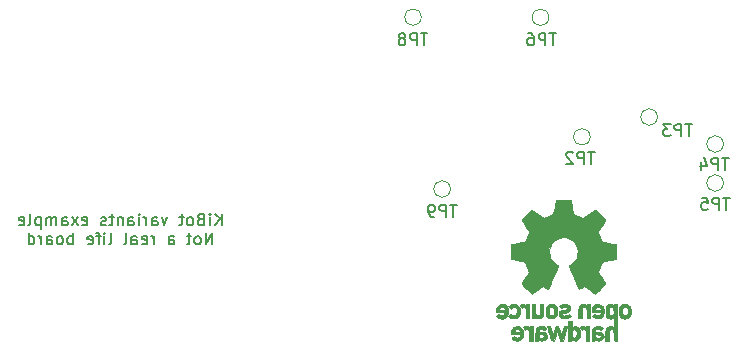
<source format=gbo>
G04 #@! TF.GenerationSoftware,KiCad,Pcbnew,6.0.11+dfsg-1~bpo11+1*
G04 #@! TF.CreationDate,2023-06-26T15:30:49+00:00*
G04 #@! TF.ProjectId,t1,74312e6b-6963-4616-945f-706362585858,${git_hash}*
G04 #@! TF.SameCoordinates,Original*
G04 #@! TF.FileFunction,Legend,Bot*
G04 #@! TF.FilePolarity,Positive*
%FSLAX46Y46*%
G04 Gerber Fmt 4.6, Leading zero omitted, Abs format (unit mm)*
G04 Created by KiCad (PCBNEW 6.0.11+dfsg-1~bpo11+1) date 2023-06-26 15:30:49*
%MOMM*%
%LPD*%
G01*
G04 APERTURE LIST*
%ADD10C,0.150000*%
%ADD11C,0.120000*%
%ADD12C,0.010000*%
G04 APERTURE END LIST*
D10*
X137298628Y-87658380D02*
X137298628Y-86658380D01*
X136727200Y-87658380D02*
X137155771Y-87086952D01*
X136727200Y-86658380D02*
X137298628Y-87229809D01*
X136298628Y-87658380D02*
X136298628Y-86991714D01*
X136298628Y-86658380D02*
X136346247Y-86706000D01*
X136298628Y-86753619D01*
X136251009Y-86706000D01*
X136298628Y-86658380D01*
X136298628Y-86753619D01*
X135489104Y-87134571D02*
X135346247Y-87182190D01*
X135298628Y-87229809D01*
X135251009Y-87325047D01*
X135251009Y-87467904D01*
X135298628Y-87563142D01*
X135346247Y-87610761D01*
X135441485Y-87658380D01*
X135822438Y-87658380D01*
X135822438Y-86658380D01*
X135489104Y-86658380D01*
X135393866Y-86706000D01*
X135346247Y-86753619D01*
X135298628Y-86848857D01*
X135298628Y-86944095D01*
X135346247Y-87039333D01*
X135393866Y-87086952D01*
X135489104Y-87134571D01*
X135822438Y-87134571D01*
X134679580Y-87658380D02*
X134774819Y-87610761D01*
X134822438Y-87563142D01*
X134870057Y-87467904D01*
X134870057Y-87182190D01*
X134822438Y-87086952D01*
X134774819Y-87039333D01*
X134679580Y-86991714D01*
X134536723Y-86991714D01*
X134441485Y-87039333D01*
X134393866Y-87086952D01*
X134346247Y-87182190D01*
X134346247Y-87467904D01*
X134393866Y-87563142D01*
X134441485Y-87610761D01*
X134536723Y-87658380D01*
X134679580Y-87658380D01*
X134060533Y-86991714D02*
X133679580Y-86991714D01*
X133917676Y-86658380D02*
X133917676Y-87515523D01*
X133870057Y-87610761D01*
X133774819Y-87658380D01*
X133679580Y-87658380D01*
X132679580Y-86991714D02*
X132441485Y-87658380D01*
X132203390Y-86991714D01*
X131393866Y-87658380D02*
X131393866Y-87134571D01*
X131441485Y-87039333D01*
X131536723Y-86991714D01*
X131727200Y-86991714D01*
X131822438Y-87039333D01*
X131393866Y-87610761D02*
X131489104Y-87658380D01*
X131727200Y-87658380D01*
X131822438Y-87610761D01*
X131870057Y-87515523D01*
X131870057Y-87420285D01*
X131822438Y-87325047D01*
X131727200Y-87277428D01*
X131489104Y-87277428D01*
X131393866Y-87229809D01*
X130917676Y-87658380D02*
X130917676Y-86991714D01*
X130917676Y-87182190D02*
X130870057Y-87086952D01*
X130822438Y-87039333D01*
X130727200Y-86991714D01*
X130631961Y-86991714D01*
X130298628Y-87658380D02*
X130298628Y-86991714D01*
X130298628Y-86658380D02*
X130346247Y-86706000D01*
X130298628Y-86753619D01*
X130251009Y-86706000D01*
X130298628Y-86658380D01*
X130298628Y-86753619D01*
X129393866Y-87658380D02*
X129393866Y-87134571D01*
X129441485Y-87039333D01*
X129536723Y-86991714D01*
X129727200Y-86991714D01*
X129822438Y-87039333D01*
X129393866Y-87610761D02*
X129489104Y-87658380D01*
X129727200Y-87658380D01*
X129822438Y-87610761D01*
X129870057Y-87515523D01*
X129870057Y-87420285D01*
X129822438Y-87325047D01*
X129727200Y-87277428D01*
X129489104Y-87277428D01*
X129393866Y-87229809D01*
X128917676Y-86991714D02*
X128917676Y-87658380D01*
X128917676Y-87086952D02*
X128870057Y-87039333D01*
X128774819Y-86991714D01*
X128631961Y-86991714D01*
X128536723Y-87039333D01*
X128489104Y-87134571D01*
X128489104Y-87658380D01*
X128155771Y-86991714D02*
X127774819Y-86991714D01*
X128012914Y-86658380D02*
X128012914Y-87515523D01*
X127965295Y-87610761D01*
X127870057Y-87658380D01*
X127774819Y-87658380D01*
X127489104Y-87610761D02*
X127393866Y-87658380D01*
X127203390Y-87658380D01*
X127108152Y-87610761D01*
X127060533Y-87515523D01*
X127060533Y-87467904D01*
X127108152Y-87372666D01*
X127203390Y-87325047D01*
X127346247Y-87325047D01*
X127441485Y-87277428D01*
X127489104Y-87182190D01*
X127489104Y-87134571D01*
X127441485Y-87039333D01*
X127346247Y-86991714D01*
X127203390Y-86991714D01*
X127108152Y-87039333D01*
X125489104Y-87610761D02*
X125584342Y-87658380D01*
X125774819Y-87658380D01*
X125870057Y-87610761D01*
X125917676Y-87515523D01*
X125917676Y-87134571D01*
X125870057Y-87039333D01*
X125774819Y-86991714D01*
X125584342Y-86991714D01*
X125489104Y-87039333D01*
X125441485Y-87134571D01*
X125441485Y-87229809D01*
X125917676Y-87325047D01*
X125108152Y-87658380D02*
X124584342Y-86991714D01*
X125108152Y-86991714D02*
X124584342Y-87658380D01*
X123774819Y-87658380D02*
X123774819Y-87134571D01*
X123822438Y-87039333D01*
X123917676Y-86991714D01*
X124108152Y-86991714D01*
X124203390Y-87039333D01*
X123774819Y-87610761D02*
X123870057Y-87658380D01*
X124108152Y-87658380D01*
X124203390Y-87610761D01*
X124251009Y-87515523D01*
X124251009Y-87420285D01*
X124203390Y-87325047D01*
X124108152Y-87277428D01*
X123870057Y-87277428D01*
X123774819Y-87229809D01*
X123298628Y-87658380D02*
X123298628Y-86991714D01*
X123298628Y-87086952D02*
X123251009Y-87039333D01*
X123155771Y-86991714D01*
X123012914Y-86991714D01*
X122917676Y-87039333D01*
X122870057Y-87134571D01*
X122870057Y-87658380D01*
X122870057Y-87134571D02*
X122822438Y-87039333D01*
X122727200Y-86991714D01*
X122584342Y-86991714D01*
X122489104Y-87039333D01*
X122441485Y-87134571D01*
X122441485Y-87658380D01*
X121965295Y-86991714D02*
X121965295Y-87991714D01*
X121965295Y-87039333D02*
X121870057Y-86991714D01*
X121679580Y-86991714D01*
X121584342Y-87039333D01*
X121536723Y-87086952D01*
X121489104Y-87182190D01*
X121489104Y-87467904D01*
X121536723Y-87563142D01*
X121584342Y-87610761D01*
X121679580Y-87658380D01*
X121870057Y-87658380D01*
X121965295Y-87610761D01*
X120917676Y-87658380D02*
X121012914Y-87610761D01*
X121060533Y-87515523D01*
X121060533Y-86658380D01*
X120155771Y-87610761D02*
X120251009Y-87658380D01*
X120441485Y-87658380D01*
X120536723Y-87610761D01*
X120584342Y-87515523D01*
X120584342Y-87134571D01*
X120536723Y-87039333D01*
X120441485Y-86991714D01*
X120251009Y-86991714D01*
X120155771Y-87039333D01*
X120108152Y-87134571D01*
X120108152Y-87229809D01*
X120584342Y-87325047D01*
X136512914Y-89268380D02*
X136512914Y-88268380D01*
X135941485Y-89268380D01*
X135941485Y-88268380D01*
X135322438Y-89268380D02*
X135417676Y-89220761D01*
X135465295Y-89173142D01*
X135512914Y-89077904D01*
X135512914Y-88792190D01*
X135465295Y-88696952D01*
X135417676Y-88649333D01*
X135322438Y-88601714D01*
X135179580Y-88601714D01*
X135084342Y-88649333D01*
X135036723Y-88696952D01*
X134989104Y-88792190D01*
X134989104Y-89077904D01*
X135036723Y-89173142D01*
X135084342Y-89220761D01*
X135179580Y-89268380D01*
X135322438Y-89268380D01*
X134703390Y-88601714D02*
X134322438Y-88601714D01*
X134560533Y-88268380D02*
X134560533Y-89125523D01*
X134512914Y-89220761D01*
X134417676Y-89268380D01*
X134322438Y-89268380D01*
X132798628Y-89268380D02*
X132798628Y-88744571D01*
X132846247Y-88649333D01*
X132941485Y-88601714D01*
X133131961Y-88601714D01*
X133227200Y-88649333D01*
X132798628Y-89220761D02*
X132893866Y-89268380D01*
X133131961Y-89268380D01*
X133227200Y-89220761D01*
X133274819Y-89125523D01*
X133274819Y-89030285D01*
X133227200Y-88935047D01*
X133131961Y-88887428D01*
X132893866Y-88887428D01*
X132798628Y-88839809D01*
X131560533Y-89268380D02*
X131560533Y-88601714D01*
X131560533Y-88792190D02*
X131512914Y-88696952D01*
X131465295Y-88649333D01*
X131370057Y-88601714D01*
X131274819Y-88601714D01*
X130560533Y-89220761D02*
X130655771Y-89268380D01*
X130846247Y-89268380D01*
X130941485Y-89220761D01*
X130989104Y-89125523D01*
X130989104Y-88744571D01*
X130941485Y-88649333D01*
X130846247Y-88601714D01*
X130655771Y-88601714D01*
X130560533Y-88649333D01*
X130512914Y-88744571D01*
X130512914Y-88839809D01*
X130989104Y-88935047D01*
X129655771Y-89268380D02*
X129655771Y-88744571D01*
X129703390Y-88649333D01*
X129798628Y-88601714D01*
X129989104Y-88601714D01*
X130084342Y-88649333D01*
X129655771Y-89220761D02*
X129751009Y-89268380D01*
X129989104Y-89268380D01*
X130084342Y-89220761D01*
X130131961Y-89125523D01*
X130131961Y-89030285D01*
X130084342Y-88935047D01*
X129989104Y-88887428D01*
X129751009Y-88887428D01*
X129655771Y-88839809D01*
X129036723Y-89268380D02*
X129131961Y-89220761D01*
X129179580Y-89125523D01*
X129179580Y-88268380D01*
X127751009Y-89268380D02*
X127846247Y-89220761D01*
X127893866Y-89125523D01*
X127893866Y-88268380D01*
X127370057Y-89268380D02*
X127370057Y-88601714D01*
X127370057Y-88268380D02*
X127417676Y-88316000D01*
X127370057Y-88363619D01*
X127322438Y-88316000D01*
X127370057Y-88268380D01*
X127370057Y-88363619D01*
X127036723Y-88601714D02*
X126655771Y-88601714D01*
X126893866Y-89268380D02*
X126893866Y-88411238D01*
X126846247Y-88316000D01*
X126751009Y-88268380D01*
X126655771Y-88268380D01*
X125941485Y-89220761D02*
X126036723Y-89268380D01*
X126227200Y-89268380D01*
X126322438Y-89220761D01*
X126370057Y-89125523D01*
X126370057Y-88744571D01*
X126322438Y-88649333D01*
X126227200Y-88601714D01*
X126036723Y-88601714D01*
X125941485Y-88649333D01*
X125893866Y-88744571D01*
X125893866Y-88839809D01*
X126370057Y-88935047D01*
X124703390Y-89268380D02*
X124703390Y-88268380D01*
X124703390Y-88649333D02*
X124608152Y-88601714D01*
X124417676Y-88601714D01*
X124322438Y-88649333D01*
X124274819Y-88696952D01*
X124227200Y-88792190D01*
X124227200Y-89077904D01*
X124274819Y-89173142D01*
X124322438Y-89220761D01*
X124417676Y-89268380D01*
X124608152Y-89268380D01*
X124703390Y-89220761D01*
X123655771Y-89268380D02*
X123751009Y-89220761D01*
X123798628Y-89173142D01*
X123846247Y-89077904D01*
X123846247Y-88792190D01*
X123798628Y-88696952D01*
X123751009Y-88649333D01*
X123655771Y-88601714D01*
X123512914Y-88601714D01*
X123417676Y-88649333D01*
X123370057Y-88696952D01*
X123322438Y-88792190D01*
X123322438Y-89077904D01*
X123370057Y-89173142D01*
X123417676Y-89220761D01*
X123512914Y-89268380D01*
X123655771Y-89268380D01*
X122465295Y-89268380D02*
X122465295Y-88744571D01*
X122512914Y-88649333D01*
X122608152Y-88601714D01*
X122798628Y-88601714D01*
X122893866Y-88649333D01*
X122465295Y-89220761D02*
X122560533Y-89268380D01*
X122798628Y-89268380D01*
X122893866Y-89220761D01*
X122941485Y-89125523D01*
X122941485Y-89030285D01*
X122893866Y-88935047D01*
X122798628Y-88887428D01*
X122560533Y-88887428D01*
X122465295Y-88839809D01*
X121989104Y-89268380D02*
X121989104Y-88601714D01*
X121989104Y-88792190D02*
X121941485Y-88696952D01*
X121893866Y-88649333D01*
X121798628Y-88601714D01*
X121703390Y-88601714D01*
X120941485Y-89268380D02*
X120941485Y-88268380D01*
X120941485Y-89220761D02*
X121036723Y-89268380D01*
X121227200Y-89268380D01*
X121322438Y-89220761D01*
X121370057Y-89173142D01*
X121417676Y-89077904D01*
X121417676Y-88792190D01*
X121370057Y-88696952D01*
X121322438Y-88649333D01*
X121227200Y-88601714D01*
X121036723Y-88601714D01*
X120941485Y-88649333D01*
X168876504Y-81443580D02*
X168305076Y-81443580D01*
X168590790Y-82443580D02*
X168590790Y-81443580D01*
X167971742Y-82443580D02*
X167971742Y-81443580D01*
X167590790Y-81443580D01*
X167495552Y-81491200D01*
X167447933Y-81538819D01*
X167400314Y-81634057D01*
X167400314Y-81776914D01*
X167447933Y-81872152D01*
X167495552Y-81919771D01*
X167590790Y-81967390D01*
X167971742Y-81967390D01*
X167019361Y-81538819D02*
X166971742Y-81491200D01*
X166876504Y-81443580D01*
X166638409Y-81443580D01*
X166543171Y-81491200D01*
X166495552Y-81538819D01*
X166447933Y-81634057D01*
X166447933Y-81729295D01*
X166495552Y-81872152D01*
X167066980Y-82443580D01*
X166447933Y-82443580D01*
X177106104Y-79081380D02*
X176534676Y-79081380D01*
X176820390Y-80081380D02*
X176820390Y-79081380D01*
X176201342Y-80081380D02*
X176201342Y-79081380D01*
X175820390Y-79081380D01*
X175725152Y-79129000D01*
X175677533Y-79176619D01*
X175629914Y-79271857D01*
X175629914Y-79414714D01*
X175677533Y-79509952D01*
X175725152Y-79557571D01*
X175820390Y-79605190D01*
X176201342Y-79605190D01*
X175296580Y-79081380D02*
X174677533Y-79081380D01*
X175010866Y-79462333D01*
X174868009Y-79462333D01*
X174772771Y-79509952D01*
X174725152Y-79557571D01*
X174677533Y-79652809D01*
X174677533Y-79890904D01*
X174725152Y-79986142D01*
X174772771Y-80033761D01*
X174868009Y-80081380D01*
X175153723Y-80081380D01*
X175248961Y-80033761D01*
X175296580Y-79986142D01*
X180230304Y-81951580D02*
X179658876Y-81951580D01*
X179944590Y-82951580D02*
X179944590Y-81951580D01*
X179325542Y-82951580D02*
X179325542Y-81951580D01*
X178944590Y-81951580D01*
X178849352Y-81999200D01*
X178801733Y-82046819D01*
X178754114Y-82142057D01*
X178754114Y-82284914D01*
X178801733Y-82380152D01*
X178849352Y-82427771D01*
X178944590Y-82475390D01*
X179325542Y-82475390D01*
X177896971Y-82284914D02*
X177896971Y-82951580D01*
X178135066Y-81903961D02*
X178373161Y-82618247D01*
X177754114Y-82618247D01*
X180306504Y-85329780D02*
X179735076Y-85329780D01*
X180020790Y-86329780D02*
X180020790Y-85329780D01*
X179401742Y-86329780D02*
X179401742Y-85329780D01*
X179020790Y-85329780D01*
X178925552Y-85377400D01*
X178877933Y-85425019D01*
X178830314Y-85520257D01*
X178830314Y-85663114D01*
X178877933Y-85758352D01*
X178925552Y-85805971D01*
X179020790Y-85853590D01*
X179401742Y-85853590D01*
X177925552Y-85329780D02*
X178401742Y-85329780D01*
X178449361Y-85805971D01*
X178401742Y-85758352D01*
X178306504Y-85710733D01*
X178068409Y-85710733D01*
X177973171Y-85758352D01*
X177925552Y-85805971D01*
X177877933Y-85901209D01*
X177877933Y-86139304D01*
X177925552Y-86234542D01*
X177973171Y-86282161D01*
X178068409Y-86329780D01*
X178306504Y-86329780D01*
X178401742Y-86282161D01*
X178449361Y-86234542D01*
X165599904Y-71410580D02*
X165028476Y-71410580D01*
X165314190Y-72410580D02*
X165314190Y-71410580D01*
X164695142Y-72410580D02*
X164695142Y-71410580D01*
X164314190Y-71410580D01*
X164218952Y-71458200D01*
X164171333Y-71505819D01*
X164123714Y-71601057D01*
X164123714Y-71743914D01*
X164171333Y-71839152D01*
X164218952Y-71886771D01*
X164314190Y-71934390D01*
X164695142Y-71934390D01*
X163266571Y-71410580D02*
X163457047Y-71410580D01*
X163552285Y-71458200D01*
X163599904Y-71505819D01*
X163695142Y-71648676D01*
X163742761Y-71839152D01*
X163742761Y-72220104D01*
X163695142Y-72315342D01*
X163647523Y-72362961D01*
X163552285Y-72410580D01*
X163361809Y-72410580D01*
X163266571Y-72362961D01*
X163218952Y-72315342D01*
X163171333Y-72220104D01*
X163171333Y-71982009D01*
X163218952Y-71886771D01*
X163266571Y-71839152D01*
X163361809Y-71791533D01*
X163552285Y-71791533D01*
X163647523Y-71839152D01*
X163695142Y-71886771D01*
X163742761Y-71982009D01*
X154703304Y-71410580D02*
X154131876Y-71410580D01*
X154417590Y-72410580D02*
X154417590Y-71410580D01*
X153798542Y-72410580D02*
X153798542Y-71410580D01*
X153417590Y-71410580D01*
X153322352Y-71458200D01*
X153274733Y-71505819D01*
X153227114Y-71601057D01*
X153227114Y-71743914D01*
X153274733Y-71839152D01*
X153322352Y-71886771D01*
X153417590Y-71934390D01*
X153798542Y-71934390D01*
X152655685Y-71839152D02*
X152750923Y-71791533D01*
X152798542Y-71743914D01*
X152846161Y-71648676D01*
X152846161Y-71601057D01*
X152798542Y-71505819D01*
X152750923Y-71458200D01*
X152655685Y-71410580D01*
X152465209Y-71410580D01*
X152369971Y-71458200D01*
X152322352Y-71505819D01*
X152274733Y-71601057D01*
X152274733Y-71648676D01*
X152322352Y-71743914D01*
X152369971Y-71791533D01*
X152465209Y-71839152D01*
X152655685Y-71839152D01*
X152750923Y-71886771D01*
X152798542Y-71934390D01*
X152846161Y-72029628D01*
X152846161Y-72220104D01*
X152798542Y-72315342D01*
X152750923Y-72362961D01*
X152655685Y-72410580D01*
X152465209Y-72410580D01*
X152369971Y-72362961D01*
X152322352Y-72315342D01*
X152274733Y-72220104D01*
X152274733Y-72029628D01*
X152322352Y-71934390D01*
X152369971Y-71886771D01*
X152465209Y-71839152D01*
X157192504Y-85913980D02*
X156621076Y-85913980D01*
X156906790Y-86913980D02*
X156906790Y-85913980D01*
X156287742Y-86913980D02*
X156287742Y-85913980D01*
X155906790Y-85913980D01*
X155811552Y-85961600D01*
X155763933Y-86009219D01*
X155716314Y-86104457D01*
X155716314Y-86247314D01*
X155763933Y-86342552D01*
X155811552Y-86390171D01*
X155906790Y-86437790D01*
X156287742Y-86437790D01*
X155240123Y-86913980D02*
X155049647Y-86913980D01*
X154954409Y-86866361D01*
X154906790Y-86818742D01*
X154811552Y-86675885D01*
X154763933Y-86485409D01*
X154763933Y-86104457D01*
X154811552Y-86009219D01*
X154859171Y-85961600D01*
X154954409Y-85913980D01*
X155144885Y-85913980D01*
X155240123Y-85961600D01*
X155287742Y-86009219D01*
X155335361Y-86104457D01*
X155335361Y-86342552D01*
X155287742Y-86437790D01*
X155240123Y-86485409D01*
X155144885Y-86533028D01*
X154954409Y-86533028D01*
X154859171Y-86485409D01*
X154811552Y-86437790D01*
X154763933Y-86342552D01*
D11*
X168492400Y-80162400D02*
G75*
G03*
X168492400Y-80162400I-700000J0D01*
G01*
X174182000Y-78486000D02*
G75*
G03*
X174182000Y-78486000I-700000J0D01*
G01*
X179770000Y-80772000D02*
G75*
G03*
X179770000Y-80772000I-700000J0D01*
G01*
X179770000Y-84074000D02*
G75*
G03*
X179770000Y-84074000I-700000J0D01*
G01*
X164987200Y-70053200D02*
G75*
G03*
X164987200Y-70053200I-700000J0D01*
G01*
X154192200Y-70027800D02*
G75*
G03*
X154192200Y-70027800I-700000J0D01*
G01*
X156656000Y-84582000D02*
G75*
G03*
X156656000Y-84582000I-700000J0D01*
G01*
G36*
X171913603Y-95072653D02*
G01*
X171906305Y-95167754D01*
X171893873Y-95235160D01*
X171873343Y-95288570D01*
X171841751Y-95341685D01*
X171840406Y-95343699D01*
X171762616Y-95429755D01*
X171667438Y-95495391D01*
X171556760Y-95534339D01*
X171411163Y-95546985D01*
X171268463Y-95522119D01*
X171140909Y-95462198D01*
X171040753Y-95369681D01*
X171011999Y-95325967D01*
X170958301Y-95190073D01*
X170931670Y-95022408D01*
X170932125Y-94979997D01*
X171199763Y-94979997D01*
X171200267Y-95059314D01*
X171208677Y-95112267D01*
X171227838Y-95152956D01*
X171260598Y-95195479D01*
X171306058Y-95237676D01*
X171396980Y-95275333D01*
X171494608Y-95268338D01*
X171587914Y-95216002D01*
X171614234Y-95191006D01*
X171642336Y-95148214D01*
X171657920Y-95088068D01*
X171666753Y-94994348D01*
X171669186Y-94923944D01*
X171655856Y-94780168D01*
X171614947Y-94677231D01*
X171546281Y-94614567D01*
X171465789Y-94584560D01*
X171369794Y-94587086D01*
X171280811Y-94637746D01*
X171259538Y-94657031D01*
X171232693Y-94690774D01*
X171216766Y-94734920D01*
X171207929Y-94802601D01*
X171202355Y-94906950D01*
X171199763Y-94979997D01*
X170932125Y-94979997D01*
X170933724Y-94831126D01*
X170936345Y-94803996D01*
X170972918Y-94630229D01*
X171040581Y-94495334D01*
X171139478Y-94399163D01*
X171269753Y-94341568D01*
X171431550Y-94322402D01*
X171492679Y-94324201D01*
X171618039Y-94346211D01*
X171720546Y-94398746D01*
X171816115Y-94488686D01*
X171831400Y-94506737D01*
X171872624Y-94567530D01*
X171899717Y-94636367D01*
X171914740Y-94723600D01*
X171919754Y-94839582D01*
X171918156Y-94923944D01*
X171916818Y-94994666D01*
X171913603Y-95072653D01*
G37*
D12*
X171913603Y-95072653D02*
X171906305Y-95167754D01*
X171893873Y-95235160D01*
X171873343Y-95288570D01*
X171841751Y-95341685D01*
X171840406Y-95343699D01*
X171762616Y-95429755D01*
X171667438Y-95495391D01*
X171556760Y-95534339D01*
X171411163Y-95546985D01*
X171268463Y-95522119D01*
X171140909Y-95462198D01*
X171040753Y-95369681D01*
X171011999Y-95325967D01*
X170958301Y-95190073D01*
X170931670Y-95022408D01*
X170932125Y-94979997D01*
X171199763Y-94979997D01*
X171200267Y-95059314D01*
X171208677Y-95112267D01*
X171227838Y-95152956D01*
X171260598Y-95195479D01*
X171306058Y-95237676D01*
X171396980Y-95275333D01*
X171494608Y-95268338D01*
X171587914Y-95216002D01*
X171614234Y-95191006D01*
X171642336Y-95148214D01*
X171657920Y-95088068D01*
X171666753Y-94994348D01*
X171669186Y-94923944D01*
X171655856Y-94780168D01*
X171614947Y-94677231D01*
X171546281Y-94614567D01*
X171465789Y-94584560D01*
X171369794Y-94587086D01*
X171280811Y-94637746D01*
X171259538Y-94657031D01*
X171232693Y-94690774D01*
X171216766Y-94734920D01*
X171207929Y-94802601D01*
X171202355Y-94906950D01*
X171199763Y-94979997D01*
X170932125Y-94979997D01*
X170933724Y-94831126D01*
X170936345Y-94803996D01*
X170972918Y-94630229D01*
X171040581Y-94495334D01*
X171139478Y-94399163D01*
X171269753Y-94341568D01*
X171431550Y-94322402D01*
X171492679Y-94324201D01*
X171618039Y-94346211D01*
X171720546Y-94398746D01*
X171816115Y-94488686D01*
X171831400Y-94506737D01*
X171872624Y-94567530D01*
X171899717Y-94636367D01*
X171914740Y-94723600D01*
X171919754Y-94839582D01*
X171918156Y-94923944D01*
X171916818Y-94994666D01*
X171913603Y-95072653D01*
G36*
X163827510Y-94716245D02*
G01*
X163829611Y-94890624D01*
X163837833Y-95031460D01*
X163854491Y-95133825D01*
X163881891Y-95203458D01*
X163922343Y-95246093D01*
X163978152Y-95267468D01*
X164051628Y-95273318D01*
X164121783Y-95268097D01*
X164178443Y-95247659D01*
X164219626Y-95206254D01*
X164247640Y-95138147D01*
X164264793Y-95037600D01*
X164273392Y-94898879D01*
X164275746Y-94716245D01*
X164275746Y-94328628D01*
X164524765Y-94328628D01*
X164524765Y-94795928D01*
X164524338Y-94920659D01*
X164521018Y-95081955D01*
X164512687Y-95204965D01*
X164497326Y-95296729D01*
X164472919Y-95364291D01*
X164437447Y-95414691D01*
X164388892Y-95454971D01*
X164325235Y-95492174D01*
X164191562Y-95539270D01*
X164052055Y-95542342D01*
X163920524Y-95498971D01*
X163863135Y-95470857D01*
X163834664Y-95466654D01*
X163827510Y-95486520D01*
X163815632Y-95508826D01*
X163773116Y-95520576D01*
X163690549Y-95523922D01*
X163553589Y-95523922D01*
X163553589Y-94328628D01*
X163827510Y-94328628D01*
X163827510Y-94716245D01*
G37*
X163827510Y-94716245D02*
X163829611Y-94890624D01*
X163837833Y-95031460D01*
X163854491Y-95133825D01*
X163881891Y-95203458D01*
X163922343Y-95246093D01*
X163978152Y-95267468D01*
X164051628Y-95273318D01*
X164121783Y-95268097D01*
X164178443Y-95247659D01*
X164219626Y-95206254D01*
X164247640Y-95138147D01*
X164264793Y-95037600D01*
X164273392Y-94898879D01*
X164275746Y-94716245D01*
X164275746Y-94328628D01*
X164524765Y-94328628D01*
X164524765Y-94795928D01*
X164524338Y-94920659D01*
X164521018Y-95081955D01*
X164512687Y-95204965D01*
X164497326Y-95296729D01*
X164472919Y-95364291D01*
X164437447Y-95414691D01*
X164388892Y-95454971D01*
X164325235Y-95492174D01*
X164191562Y-95539270D01*
X164052055Y-95542342D01*
X163920524Y-95498971D01*
X163863135Y-95470857D01*
X163834664Y-95466654D01*
X163827510Y-95486520D01*
X163815632Y-95508826D01*
X163773116Y-95520576D01*
X163690549Y-95523922D01*
X163553589Y-95523922D01*
X163553589Y-94328628D01*
X163827510Y-94328628D01*
X163827510Y-94716245D01*
G36*
X161525360Y-95036632D02*
G01*
X161524943Y-95040380D01*
X161489139Y-95215271D01*
X161424449Y-95351247D01*
X161328859Y-95451296D01*
X161200353Y-95518405D01*
X161176764Y-95526079D01*
X161030551Y-95548696D01*
X160879334Y-95536084D01*
X160738750Y-95491017D01*
X160624437Y-95416269D01*
X160538812Y-95337157D01*
X160629827Y-95265191D01*
X160720842Y-95193224D01*
X160830528Y-95246514D01*
X160957445Y-95289695D01*
X161069488Y-95290987D01*
X161161157Y-95251314D01*
X161227123Y-95171683D01*
X161250771Y-95123968D01*
X161263972Y-95083189D01*
X161256334Y-95055641D01*
X161222063Y-95038731D01*
X161155368Y-95029864D01*
X161050454Y-95026445D01*
X160901530Y-95025882D01*
X160540451Y-95025882D01*
X160540451Y-94853190D01*
X160543149Y-94777376D01*
X160797385Y-94777376D01*
X160809595Y-94791321D01*
X160845748Y-94798578D01*
X160914463Y-94801332D01*
X161024362Y-94801765D01*
X161083294Y-94801073D01*
X161176290Y-94796500D01*
X161239373Y-94788491D01*
X161262608Y-94778035D01*
X161256663Y-94739456D01*
X161214762Y-94665634D01*
X161144938Y-94604990D01*
X161061699Y-94568362D01*
X160979554Y-94566589D01*
X160917721Y-94595960D01*
X160847656Y-94662800D01*
X160803106Y-94745735D01*
X160800496Y-94754562D01*
X160797385Y-94777376D01*
X160543149Y-94777376D01*
X160543702Y-94761853D01*
X160553246Y-94671484D01*
X160566881Y-94610396D01*
X160576820Y-94587074D01*
X160649166Y-94483202D01*
X160753700Y-94396569D01*
X160875949Y-94339845D01*
X160939713Y-94324355D01*
X161091645Y-94317304D01*
X161227022Y-94353174D01*
X161342122Y-94427974D01*
X161433227Y-94537711D01*
X161496615Y-94678395D01*
X161515607Y-94778035D01*
X161528566Y-94846032D01*
X161525360Y-95036632D01*
G37*
X161525360Y-95036632D02*
X161524943Y-95040380D01*
X161489139Y-95215271D01*
X161424449Y-95351247D01*
X161328859Y-95451296D01*
X161200353Y-95518405D01*
X161176764Y-95526079D01*
X161030551Y-95548696D01*
X160879334Y-95536084D01*
X160738750Y-95491017D01*
X160624437Y-95416269D01*
X160538812Y-95337157D01*
X160629827Y-95265191D01*
X160720842Y-95193224D01*
X160830528Y-95246514D01*
X160957445Y-95289695D01*
X161069488Y-95290987D01*
X161161157Y-95251314D01*
X161227123Y-95171683D01*
X161250771Y-95123968D01*
X161263972Y-95083189D01*
X161256334Y-95055641D01*
X161222063Y-95038731D01*
X161155368Y-95029864D01*
X161050454Y-95026445D01*
X160901530Y-95025882D01*
X160540451Y-95025882D01*
X160540451Y-94853190D01*
X160543149Y-94777376D01*
X160797385Y-94777376D01*
X160809595Y-94791321D01*
X160845748Y-94798578D01*
X160914463Y-94801332D01*
X161024362Y-94801765D01*
X161083294Y-94801073D01*
X161176290Y-94796500D01*
X161239373Y-94788491D01*
X161262608Y-94778035D01*
X161256663Y-94739456D01*
X161214762Y-94665634D01*
X161144938Y-94604990D01*
X161061699Y-94568362D01*
X160979554Y-94566589D01*
X160917721Y-94595960D01*
X160847656Y-94662800D01*
X160803106Y-94745735D01*
X160800496Y-94754562D01*
X160797385Y-94777376D01*
X160543149Y-94777376D01*
X160543702Y-94761853D01*
X160553246Y-94671484D01*
X160566881Y-94610396D01*
X160576820Y-94587074D01*
X160649166Y-94483202D01*
X160753700Y-94396569D01*
X160875949Y-94339845D01*
X160939713Y-94324355D01*
X161091645Y-94317304D01*
X161227022Y-94353174D01*
X161342122Y-94427974D01*
X161433227Y-94537711D01*
X161496615Y-94678395D01*
X161515607Y-94778035D01*
X161528566Y-94846032D01*
X161525360Y-95036632D01*
G36*
X170619520Y-97411547D02*
G01*
X170488785Y-97404020D01*
X170482569Y-97005588D01*
X170480730Y-96908704D01*
X170475510Y-96763146D01*
X170466550Y-96656334D01*
X170452203Y-96581087D01*
X170430821Y-96530227D01*
X170400759Y-96496574D01*
X170360367Y-96472947D01*
X170284578Y-96448818D01*
X170209207Y-96458194D01*
X170129617Y-96509763D01*
X170053000Y-96574231D01*
X170053000Y-97416471D01*
X169779079Y-97416471D01*
X169779079Y-96959701D01*
X169779342Y-96816531D01*
X169780799Y-96689309D01*
X169784301Y-96596184D01*
X169790697Y-96528713D01*
X169800835Y-96478454D01*
X169815563Y-96436966D01*
X169835729Y-96395805D01*
X169840510Y-96387066D01*
X169904101Y-96301954D01*
X169978527Y-96242476D01*
X170068255Y-96211245D01*
X170187072Y-96197342D01*
X170306059Y-96204872D01*
X170402865Y-96234267D01*
X170476334Y-96272259D01*
X170476334Y-95450015D01*
X170375667Y-95502486D01*
X170333616Y-95521549D01*
X170200886Y-95548506D01*
X170068979Y-95529874D01*
X169946705Y-95467929D01*
X169842872Y-95364943D01*
X169826606Y-95340738D01*
X169810973Y-95305256D01*
X169800776Y-95257015D01*
X169794888Y-95186757D01*
X169792182Y-95085221D01*
X169791696Y-94979428D01*
X170054759Y-94979428D01*
X170054981Y-95067779D01*
X170061735Y-95126700D01*
X170076916Y-95168752D01*
X170102417Y-95206499D01*
X170134811Y-95241594D01*
X170186614Y-95268154D01*
X170264667Y-95274902D01*
X170333618Y-95269029D01*
X170401865Y-95239641D01*
X170445818Y-95180107D01*
X170469350Y-95084423D01*
X170476334Y-94946582D01*
X170474528Y-94873254D01*
X170456501Y-94734833D01*
X170419308Y-94641233D01*
X170363159Y-94593116D01*
X170306449Y-94579579D01*
X170207686Y-94585925D01*
X170124240Y-94625223D01*
X170104268Y-94643244D01*
X170083105Y-94674422D01*
X170070021Y-94720833D01*
X170062251Y-94794000D01*
X170057032Y-94905448D01*
X170054759Y-94979428D01*
X169791696Y-94979428D01*
X169791530Y-94943149D01*
X169791753Y-94878324D01*
X169795570Y-94727538D01*
X169806203Y-94614896D01*
X169826335Y-94531885D01*
X169858653Y-94469991D01*
X169905842Y-94420700D01*
X169970588Y-94375499D01*
X170023091Y-94349560D01*
X170147571Y-94320953D01*
X170278781Y-94324851D01*
X170395402Y-94361935D01*
X170445453Y-94386176D01*
X170470626Y-94388681D01*
X170476334Y-94366620D01*
X170476339Y-94365952D01*
X170488640Y-94343426D01*
X170531065Y-94331879D01*
X170613295Y-94328628D01*
X170750255Y-94328628D01*
X170750255Y-97419073D01*
X170619520Y-97411547D01*
G37*
X170619520Y-97411547D02*
X170488785Y-97404020D01*
X170482569Y-97005588D01*
X170480730Y-96908704D01*
X170475510Y-96763146D01*
X170466550Y-96656334D01*
X170452203Y-96581087D01*
X170430821Y-96530227D01*
X170400759Y-96496574D01*
X170360367Y-96472947D01*
X170284578Y-96448818D01*
X170209207Y-96458194D01*
X170129617Y-96509763D01*
X170053000Y-96574231D01*
X170053000Y-97416471D01*
X169779079Y-97416471D01*
X169779079Y-96959701D01*
X169779342Y-96816531D01*
X169780799Y-96689309D01*
X169784301Y-96596184D01*
X169790697Y-96528713D01*
X169800835Y-96478454D01*
X169815563Y-96436966D01*
X169835729Y-96395805D01*
X169840510Y-96387066D01*
X169904101Y-96301954D01*
X169978527Y-96242476D01*
X170068255Y-96211245D01*
X170187072Y-96197342D01*
X170306059Y-96204872D01*
X170402865Y-96234267D01*
X170476334Y-96272259D01*
X170476334Y-95450015D01*
X170375667Y-95502486D01*
X170333616Y-95521549D01*
X170200886Y-95548506D01*
X170068979Y-95529874D01*
X169946705Y-95467929D01*
X169842872Y-95364943D01*
X169826606Y-95340738D01*
X169810973Y-95305256D01*
X169800776Y-95257015D01*
X169794888Y-95186757D01*
X169792182Y-95085221D01*
X169791696Y-94979428D01*
X170054759Y-94979428D01*
X170054981Y-95067779D01*
X170061735Y-95126700D01*
X170076916Y-95168752D01*
X170102417Y-95206499D01*
X170134811Y-95241594D01*
X170186614Y-95268154D01*
X170264667Y-95274902D01*
X170333618Y-95269029D01*
X170401865Y-95239641D01*
X170445818Y-95180107D01*
X170469350Y-95084423D01*
X170476334Y-94946582D01*
X170474528Y-94873254D01*
X170456501Y-94734833D01*
X170419308Y-94641233D01*
X170363159Y-94593116D01*
X170306449Y-94579579D01*
X170207686Y-94585925D01*
X170124240Y-94625223D01*
X170104268Y-94643244D01*
X170083105Y-94674422D01*
X170070021Y-94720833D01*
X170062251Y-94794000D01*
X170057032Y-94905448D01*
X170054759Y-94979428D01*
X169791696Y-94979428D01*
X169791530Y-94943149D01*
X169791753Y-94878324D01*
X169795570Y-94727538D01*
X169806203Y-94614896D01*
X169826335Y-94531885D01*
X169858653Y-94469991D01*
X169905842Y-94420700D01*
X169970588Y-94375499D01*
X170023091Y-94349560D01*
X170147571Y-94320953D01*
X170278781Y-94324851D01*
X170395402Y-94361935D01*
X170445453Y-94386176D01*
X170470626Y-94388681D01*
X170476334Y-94366620D01*
X170476339Y-94365952D01*
X170488640Y-94343426D01*
X170531065Y-94331879D01*
X170613295Y-94328628D01*
X170750255Y-94328628D01*
X170750255Y-97419073D01*
X170619520Y-97411547D01*
G36*
X169623841Y-97087844D02*
G01*
X169593497Y-97215772D01*
X169526002Y-97311986D01*
X169418000Y-97381318D01*
X169362189Y-97398186D01*
X169266593Y-97411333D01*
X169162055Y-97414472D01*
X169067738Y-97407237D01*
X169002808Y-97389262D01*
X168963370Y-97374864D01*
X168924758Y-97389262D01*
X168910634Y-97397604D01*
X168854261Y-97411131D01*
X168778020Y-97416471D01*
X168658491Y-97416471D01*
X168658491Y-96989278D01*
X168932412Y-96989278D01*
X168941619Y-97062143D01*
X168977951Y-97126239D01*
X168998744Y-97140110D01*
X169072958Y-97161731D01*
X169165610Y-97167129D01*
X169256468Y-97156162D01*
X169325303Y-97128686D01*
X169359595Y-97092358D01*
X169380647Y-97027808D01*
X169361977Y-96976639D01*
X169300259Y-96932148D01*
X169201047Y-96903605D01*
X169070173Y-96893530D01*
X168932412Y-96893530D01*
X168932412Y-96989278D01*
X168658491Y-96989278D01*
X168658491Y-96934565D01*
X168658500Y-96892890D01*
X168658954Y-96735810D01*
X168660658Y-96619029D01*
X168664385Y-96534788D01*
X168670911Y-96475329D01*
X168681008Y-96432891D01*
X168695452Y-96399716D01*
X168715016Y-96368045D01*
X168777949Y-96293837D01*
X168867130Y-96237180D01*
X168984280Y-96205922D01*
X169138653Y-96196313D01*
X169143671Y-96196323D01*
X169250980Y-96201170D01*
X169347028Y-96213252D01*
X169412575Y-96230191D01*
X169430545Y-96238679D01*
X169487740Y-96274627D01*
X169539499Y-96317352D01*
X169573553Y-96355800D01*
X169577635Y-96378916D01*
X169569669Y-96385164D01*
X169482875Y-96451855D01*
X169424839Y-96491188D01*
X169386465Y-96507057D01*
X169358659Y-96503359D01*
X169332327Y-96483990D01*
X169283730Y-96459809D01*
X169201833Y-96443687D01*
X169109273Y-96439505D01*
X169025519Y-96448015D01*
X168970035Y-96469972D01*
X168967116Y-96472644D01*
X168942183Y-96522836D01*
X168932412Y-96597755D01*
X168932412Y-96694314D01*
X169162755Y-96694407D01*
X169268565Y-96696082D01*
X169357632Y-96703368D01*
X169421345Y-96718357D01*
X169472821Y-96743110D01*
X169484800Y-96750712D01*
X169571466Y-96834282D01*
X169617564Y-96944790D01*
X169621460Y-97027808D01*
X169624123Y-97084559D01*
X169623841Y-97087844D01*
G37*
X169623841Y-97087844D02*
X169593497Y-97215772D01*
X169526002Y-97311986D01*
X169418000Y-97381318D01*
X169362189Y-97398186D01*
X169266593Y-97411333D01*
X169162055Y-97414472D01*
X169067738Y-97407237D01*
X169002808Y-97389262D01*
X168963370Y-97374864D01*
X168924758Y-97389262D01*
X168910634Y-97397604D01*
X168854261Y-97411131D01*
X168778020Y-97416471D01*
X168658491Y-97416471D01*
X168658491Y-96989278D01*
X168932412Y-96989278D01*
X168941619Y-97062143D01*
X168977951Y-97126239D01*
X168998744Y-97140110D01*
X169072958Y-97161731D01*
X169165610Y-97167129D01*
X169256468Y-97156162D01*
X169325303Y-97128686D01*
X169359595Y-97092358D01*
X169380647Y-97027808D01*
X169361977Y-96976639D01*
X169300259Y-96932148D01*
X169201047Y-96903605D01*
X169070173Y-96893530D01*
X168932412Y-96893530D01*
X168932412Y-96989278D01*
X168658491Y-96989278D01*
X168658491Y-96934565D01*
X168658500Y-96892890D01*
X168658954Y-96735810D01*
X168660658Y-96619029D01*
X168664385Y-96534788D01*
X168670911Y-96475329D01*
X168681008Y-96432891D01*
X168695452Y-96399716D01*
X168715016Y-96368045D01*
X168777949Y-96293837D01*
X168867130Y-96237180D01*
X168984280Y-96205922D01*
X169138653Y-96196313D01*
X169143671Y-96196323D01*
X169250980Y-96201170D01*
X169347028Y-96213252D01*
X169412575Y-96230191D01*
X169430545Y-96238679D01*
X169487740Y-96274627D01*
X169539499Y-96317352D01*
X169573553Y-96355800D01*
X169577635Y-96378916D01*
X169569669Y-96385164D01*
X169482875Y-96451855D01*
X169424839Y-96491188D01*
X169386465Y-96507057D01*
X169358659Y-96503359D01*
X169332327Y-96483990D01*
X169283730Y-96459809D01*
X169201833Y-96443687D01*
X169109273Y-96439505D01*
X169025519Y-96448015D01*
X168970035Y-96469972D01*
X168967116Y-96472644D01*
X168942183Y-96522836D01*
X168932412Y-96597755D01*
X168932412Y-96694314D01*
X169162755Y-96694407D01*
X169268565Y-96696082D01*
X169357632Y-96703368D01*
X169421345Y-96718357D01*
X169472821Y-96743110D01*
X169484800Y-96750712D01*
X169571466Y-96834282D01*
X169617564Y-96944790D01*
X169621460Y-97027808D01*
X169624123Y-97084559D01*
X169623841Y-97087844D01*
G36*
X163213525Y-96212675D02*
G01*
X163288760Y-96247886D01*
X163354373Y-96299497D01*
X163354373Y-96247886D01*
X163356008Y-96228290D01*
X163371221Y-96207513D01*
X163412362Y-96198337D01*
X163491334Y-96196275D01*
X163628295Y-96196275D01*
X163628295Y-97416471D01*
X163354373Y-97416471D01*
X163354373Y-97019211D01*
X163354340Y-96996405D01*
X163352003Y-96836089D01*
X163346268Y-96705500D01*
X163337544Y-96611314D01*
X163326241Y-96560208D01*
X163315862Y-96540915D01*
X163251968Y-96480406D01*
X163164937Y-96453622D01*
X163069904Y-96466117D01*
X163046594Y-96474586D01*
X162996937Y-96489555D01*
X162962999Y-96484907D01*
X162928850Y-96454479D01*
X162878559Y-96392111D01*
X162796992Y-96289123D01*
X162854323Y-96242699D01*
X162908823Y-96214755D01*
X163004554Y-96195883D01*
X163112456Y-96195265D01*
X163213525Y-96212675D01*
G37*
X163213525Y-96212675D02*
X163288760Y-96247886D01*
X163354373Y-96299497D01*
X163354373Y-96247886D01*
X163356008Y-96228290D01*
X163371221Y-96207513D01*
X163412362Y-96198337D01*
X163491334Y-96196275D01*
X163628295Y-96196275D01*
X163628295Y-97416471D01*
X163354373Y-97416471D01*
X163354373Y-97019211D01*
X163354340Y-96996405D01*
X163352003Y-96836089D01*
X163346268Y-96705500D01*
X163337544Y-96611314D01*
X163326241Y-96560208D01*
X163315862Y-96540915D01*
X163251968Y-96480406D01*
X163164937Y-96453622D01*
X163069904Y-96466117D01*
X163046594Y-96474586D01*
X162996937Y-96489555D01*
X162962999Y-96484907D01*
X162928850Y-96454479D01*
X162878559Y-96392111D01*
X162796992Y-96289123D01*
X162854323Y-96242699D01*
X162908823Y-96214755D01*
X163004554Y-96195883D01*
X163112456Y-96195265D01*
X163213525Y-96212675D01*
G36*
X165707005Y-95090982D02*
G01*
X165676299Y-95241438D01*
X165621376Y-95356246D01*
X165537780Y-95442966D01*
X165421058Y-95509155D01*
X165375739Y-95524908D01*
X165258373Y-95544562D01*
X165134866Y-95544027D01*
X165030651Y-95522439D01*
X165028603Y-95521655D01*
X164944618Y-95472251D01*
X164859770Y-95395770D01*
X164789366Y-95308311D01*
X164748714Y-95225969D01*
X164736663Y-95165779D01*
X164726346Y-95053084D01*
X164724617Y-94952632D01*
X164975502Y-94952632D01*
X164990500Y-95073119D01*
X165025735Y-95172123D01*
X165079117Y-95236815D01*
X165099350Y-95247922D01*
X165176506Y-95268111D01*
X165265749Y-95272265D01*
X165340828Y-95258235D01*
X165370132Y-95238116D01*
X165411264Y-95167760D01*
X165437146Y-95057645D01*
X165446138Y-94913145D01*
X165445994Y-94871549D01*
X165442870Y-94787264D01*
X165432482Y-94732281D01*
X165410688Y-94691655D01*
X165373347Y-94650437D01*
X165302293Y-94600481D01*
X165209791Y-94580057D01*
X165120418Y-94599509D01*
X165046210Y-94655771D01*
X164999201Y-94745775D01*
X164982828Y-94823494D01*
X164975502Y-94952632D01*
X164724617Y-94952632D01*
X164724137Y-94924738D01*
X164729672Y-94796993D01*
X164742588Y-94686101D01*
X164762522Y-94608315D01*
X164808953Y-94520245D01*
X164907498Y-94411959D01*
X165033453Y-94343364D01*
X165183074Y-94316213D01*
X165352615Y-94332259D01*
X165380825Y-94339094D01*
X165512201Y-94398040D01*
X165611198Y-94494814D01*
X165677820Y-94629423D01*
X165712070Y-94801874D01*
X165713067Y-94913145D01*
X165713953Y-95012173D01*
X165707005Y-95090982D01*
G37*
X165707005Y-95090982D02*
X165676299Y-95241438D01*
X165621376Y-95356246D01*
X165537780Y-95442966D01*
X165421058Y-95509155D01*
X165375739Y-95524908D01*
X165258373Y-95544562D01*
X165134866Y-95544027D01*
X165030651Y-95522439D01*
X165028603Y-95521655D01*
X164944618Y-95472251D01*
X164859770Y-95395770D01*
X164789366Y-95308311D01*
X164748714Y-95225969D01*
X164736663Y-95165779D01*
X164726346Y-95053084D01*
X164724617Y-94952632D01*
X164975502Y-94952632D01*
X164990500Y-95073119D01*
X165025735Y-95172123D01*
X165079117Y-95236815D01*
X165099350Y-95247922D01*
X165176506Y-95268111D01*
X165265749Y-95272265D01*
X165340828Y-95258235D01*
X165370132Y-95238116D01*
X165411264Y-95167760D01*
X165437146Y-95057645D01*
X165446138Y-94913145D01*
X165445994Y-94871549D01*
X165442870Y-94787264D01*
X165432482Y-94732281D01*
X165410688Y-94691655D01*
X165373347Y-94650437D01*
X165302293Y-94600481D01*
X165209791Y-94580057D01*
X165120418Y-94599509D01*
X165046210Y-94655771D01*
X164999201Y-94745775D01*
X164982828Y-94823494D01*
X164975502Y-94952632D01*
X164724617Y-94952632D01*
X164724137Y-94924738D01*
X164729672Y-94796993D01*
X164742588Y-94686101D01*
X164762522Y-94608315D01*
X164808953Y-94520245D01*
X164907498Y-94411959D01*
X165033453Y-94343364D01*
X165183074Y-94316213D01*
X165352615Y-94332259D01*
X165380825Y-94339094D01*
X165512201Y-94398040D01*
X165611198Y-94494814D01*
X165677820Y-94629423D01*
X165712070Y-94801874D01*
X165713067Y-94913145D01*
X165713953Y-95012173D01*
X165707005Y-95090982D01*
G36*
X166438810Y-94327820D02*
G01*
X166582629Y-94363866D01*
X166687691Y-94430677D01*
X166754594Y-94528702D01*
X166783940Y-94658387D01*
X166777999Y-94782544D01*
X166735114Y-94887266D01*
X166652876Y-94964693D01*
X166529635Y-95016337D01*
X166363744Y-95043710D01*
X166255952Y-95058057D01*
X166157566Y-95089099D01*
X166106771Y-95134053D01*
X166103704Y-95192838D01*
X166124146Y-95229493D01*
X166187454Y-95272935D01*
X166277449Y-95293483D01*
X166382913Y-95290673D01*
X166492626Y-95264042D01*
X166595368Y-95213128D01*
X166697804Y-95145339D01*
X166787902Y-95236508D01*
X166878000Y-95327676D01*
X166803295Y-95388655D01*
X166774246Y-95409842D01*
X166692517Y-95457978D01*
X166604079Y-95499457D01*
X166534087Y-95523262D01*
X166431602Y-95540504D01*
X166305255Y-95540732D01*
X166150318Y-95521748D01*
X166010745Y-95473630D01*
X165911950Y-95397195D01*
X165853701Y-95292254D01*
X165835762Y-95158617D01*
X165848747Y-95041054D01*
X165890431Y-94944803D01*
X165965477Y-94875873D01*
X166078635Y-94830030D01*
X166234654Y-94803042D01*
X166252574Y-94801088D01*
X166349714Y-94788630D01*
X166428514Y-94775592D01*
X166473344Y-94764499D01*
X166488304Y-94755567D01*
X166513596Y-94709509D01*
X166509488Y-94650553D01*
X166475688Y-94599373D01*
X166457939Y-94588210D01*
X166383981Y-94570326D01*
X166288451Y-94571529D01*
X166188836Y-94590561D01*
X166102621Y-94626168D01*
X166012031Y-94679618D01*
X165941763Y-94597505D01*
X165924712Y-94576644D01*
X165886298Y-94520761D01*
X165870483Y-94482887D01*
X165887090Y-94459664D01*
X165938469Y-94423412D01*
X166012657Y-94384402D01*
X166023110Y-94379633D01*
X166120941Y-94342229D01*
X166215241Y-94324345D01*
X166332262Y-94320754D01*
X166438810Y-94327820D01*
G37*
X166438810Y-94327820D02*
X166582629Y-94363866D01*
X166687691Y-94430677D01*
X166754594Y-94528702D01*
X166783940Y-94658387D01*
X166777999Y-94782544D01*
X166735114Y-94887266D01*
X166652876Y-94964693D01*
X166529635Y-95016337D01*
X166363744Y-95043710D01*
X166255952Y-95058057D01*
X166157566Y-95089099D01*
X166106771Y-95134053D01*
X166103704Y-95192838D01*
X166124146Y-95229493D01*
X166187454Y-95272935D01*
X166277449Y-95293483D01*
X166382913Y-95290673D01*
X166492626Y-95264042D01*
X166595368Y-95213128D01*
X166697804Y-95145339D01*
X166787902Y-95236508D01*
X166878000Y-95327676D01*
X166803295Y-95388655D01*
X166774246Y-95409842D01*
X166692517Y-95457978D01*
X166604079Y-95499457D01*
X166534087Y-95523262D01*
X166431602Y-95540504D01*
X166305255Y-95540732D01*
X166150318Y-95521748D01*
X166010745Y-95473630D01*
X165911950Y-95397195D01*
X165853701Y-95292254D01*
X165835762Y-95158617D01*
X165848747Y-95041054D01*
X165890431Y-94944803D01*
X165965477Y-94875873D01*
X166078635Y-94830030D01*
X166234654Y-94803042D01*
X166252574Y-94801088D01*
X166349714Y-94788630D01*
X166428514Y-94775592D01*
X166473344Y-94764499D01*
X166488304Y-94755567D01*
X166513596Y-94709509D01*
X166509488Y-94650553D01*
X166475688Y-94599373D01*
X166457939Y-94588210D01*
X166383981Y-94570326D01*
X166288451Y-94571529D01*
X166188836Y-94590561D01*
X166102621Y-94626168D01*
X166012031Y-94679618D01*
X165941763Y-94597505D01*
X165924712Y-94576644D01*
X165886298Y-94520761D01*
X165870483Y-94482887D01*
X165887090Y-94459664D01*
X165938469Y-94423412D01*
X166012657Y-94384402D01*
X166023110Y-94379633D01*
X166120941Y-94342229D01*
X166215241Y-94324345D01*
X166332262Y-94320754D01*
X166438810Y-94327820D01*
G36*
X169632286Y-94951108D02*
G01*
X169630109Y-95027224D01*
X169605559Y-95193570D01*
X169551460Y-95324728D01*
X169464982Y-95426101D01*
X169343295Y-95503096D01*
X169225249Y-95539039D01*
X169077161Y-95545915D01*
X168927748Y-95519468D01*
X168794472Y-95461037D01*
X168745083Y-95428532D01*
X168690668Y-95386868D01*
X168665840Y-95359452D01*
X168667247Y-95348140D01*
X168695039Y-95309597D01*
X168747272Y-95262901D01*
X168837791Y-95193858D01*
X168943858Y-95246831D01*
X168972540Y-95259943D01*
X169056971Y-95288441D01*
X169127737Y-95299804D01*
X169179919Y-95290441D01*
X169261806Y-95245351D01*
X169330637Y-95175355D01*
X169370007Y-95094363D01*
X169386047Y-95025882D01*
X168633589Y-95025882D01*
X168633728Y-94895147D01*
X168634867Y-94853713D01*
X168643182Y-94764805D01*
X168907510Y-94764805D01*
X168907995Y-94769899D01*
X168921687Y-94785760D01*
X168960378Y-94795505D01*
X169032317Y-94800413D01*
X169145757Y-94801765D01*
X169183042Y-94801749D01*
X169279873Y-94800854D01*
X169338083Y-94796988D01*
X169366306Y-94787968D01*
X169373173Y-94771611D01*
X169367317Y-94745735D01*
X169366423Y-94742802D01*
X169315973Y-94652759D01*
X169236442Y-94590766D01*
X169141603Y-94567686D01*
X169106547Y-94569532D01*
X169041481Y-94591611D01*
X168979061Y-94647766D01*
X168962247Y-94667621D01*
X168923137Y-94724326D01*
X168907510Y-94764805D01*
X168643182Y-94764805D01*
X168644251Y-94753376D01*
X168659988Y-94670349D01*
X168677236Y-94623868D01*
X168737879Y-94522769D01*
X168819094Y-94430951D01*
X168904981Y-94368037D01*
X168929796Y-94356354D01*
X169074290Y-94317600D01*
X169221842Y-94321686D01*
X169360567Y-94366882D01*
X169478579Y-94451461D01*
X169542410Y-94529461D01*
X169594601Y-94639343D01*
X169622503Y-94771611D01*
X169623573Y-94776685D01*
X169632286Y-94951108D01*
G37*
X169632286Y-94951108D02*
X169630109Y-95027224D01*
X169605559Y-95193570D01*
X169551460Y-95324728D01*
X169464982Y-95426101D01*
X169343295Y-95503096D01*
X169225249Y-95539039D01*
X169077161Y-95545915D01*
X168927748Y-95519468D01*
X168794472Y-95461037D01*
X168745083Y-95428532D01*
X168690668Y-95386868D01*
X168665840Y-95359452D01*
X168667247Y-95348140D01*
X168695039Y-95309597D01*
X168747272Y-95262901D01*
X168837791Y-95193858D01*
X168943858Y-95246831D01*
X168972540Y-95259943D01*
X169056971Y-95288441D01*
X169127737Y-95299804D01*
X169179919Y-95290441D01*
X169261806Y-95245351D01*
X169330637Y-95175355D01*
X169370007Y-95094363D01*
X169386047Y-95025882D01*
X168633589Y-95025882D01*
X168633728Y-94895147D01*
X168634867Y-94853713D01*
X168643182Y-94764805D01*
X168907510Y-94764805D01*
X168907995Y-94769899D01*
X168921687Y-94785760D01*
X168960378Y-94795505D01*
X169032317Y-94800413D01*
X169145757Y-94801765D01*
X169183042Y-94801749D01*
X169279873Y-94800854D01*
X169338083Y-94796988D01*
X169366306Y-94787968D01*
X169373173Y-94771611D01*
X169367317Y-94745735D01*
X169366423Y-94742802D01*
X169315973Y-94652759D01*
X169236442Y-94590766D01*
X169141603Y-94567686D01*
X169106547Y-94569532D01*
X169041481Y-94591611D01*
X168979061Y-94647766D01*
X168962247Y-94667621D01*
X168923137Y-94724326D01*
X168907510Y-94764805D01*
X168643182Y-94764805D01*
X168644251Y-94753376D01*
X168659988Y-94670349D01*
X168677236Y-94623868D01*
X168737879Y-94522769D01*
X168819094Y-94430951D01*
X168904981Y-94368037D01*
X168929796Y-94356354D01*
X169074290Y-94317600D01*
X169221842Y-94321686D01*
X169360567Y-94366882D01*
X169478579Y-94451461D01*
X169542410Y-94529461D01*
X169594601Y-94639343D01*
X169622503Y-94771611D01*
X169623573Y-94776685D01*
X169632286Y-94951108D01*
G36*
X168409471Y-97416471D02*
G01*
X168160451Y-97416471D01*
X168160451Y-97032111D01*
X168160176Y-96942706D01*
X168157344Y-96794629D01*
X168150176Y-96685003D01*
X168137116Y-96606252D01*
X168116608Y-96550798D01*
X168087098Y-96511061D01*
X168047031Y-96479465D01*
X168003290Y-96455921D01*
X167951496Y-96449246D01*
X167877831Y-96464090D01*
X167854159Y-96470271D01*
X167795069Y-96479572D01*
X167752818Y-96466245D01*
X167703848Y-96424996D01*
X167694555Y-96416026D01*
X167643179Y-96360534D01*
X167610047Y-96315415D01*
X167605502Y-96304545D01*
X167614508Y-96264409D01*
X167660174Y-96232320D01*
X167732246Y-96209799D01*
X167820471Y-96198367D01*
X167914594Y-96199544D01*
X168004362Y-96214850D01*
X168079520Y-96245806D01*
X168103343Y-96260260D01*
X168143449Y-96281417D01*
X168158296Y-96276572D01*
X168160451Y-96245712D01*
X168160957Y-96234633D01*
X168172970Y-96210091D01*
X168210236Y-96198921D01*
X168284961Y-96196275D01*
X168409471Y-96196275D01*
X168409471Y-97416471D01*
G37*
X168409471Y-97416471D02*
X168160451Y-97416471D01*
X168160451Y-97032111D01*
X168160176Y-96942706D01*
X168157344Y-96794629D01*
X168150176Y-96685003D01*
X168137116Y-96606252D01*
X168116608Y-96550798D01*
X168087098Y-96511061D01*
X168047031Y-96479465D01*
X168003290Y-96455921D01*
X167951496Y-96449246D01*
X167877831Y-96464090D01*
X167854159Y-96470271D01*
X167795069Y-96479572D01*
X167752818Y-96466245D01*
X167703848Y-96424996D01*
X167694555Y-96416026D01*
X167643179Y-96360534D01*
X167610047Y-96315415D01*
X167605502Y-96304545D01*
X167614508Y-96264409D01*
X167660174Y-96232320D01*
X167732246Y-96209799D01*
X167820471Y-96198367D01*
X167914594Y-96199544D01*
X168004362Y-96214850D01*
X168079520Y-96245806D01*
X168103343Y-96260260D01*
X168143449Y-96281417D01*
X168158296Y-96276572D01*
X168160451Y-96245712D01*
X168160957Y-96234633D01*
X168172970Y-96210091D01*
X168210236Y-96198921D01*
X168284961Y-96196275D01*
X168409471Y-96196275D01*
X168409471Y-97416471D01*
G36*
X167990906Y-94326271D02*
G01*
X168104422Y-94361937D01*
X168154473Y-94386177D01*
X168179646Y-94388681D01*
X168185353Y-94366620D01*
X168185359Y-94365952D01*
X168197660Y-94343426D01*
X168240084Y-94331879D01*
X168322314Y-94328628D01*
X168459275Y-94328628D01*
X168459275Y-95523922D01*
X168185353Y-95523922D01*
X168185353Y-95111907D01*
X168185166Y-94972779D01*
X168183885Y-94858493D01*
X168180458Y-94778519D01*
X168173832Y-94724708D01*
X168162954Y-94688912D01*
X168146771Y-94662982D01*
X168124230Y-94638770D01*
X168093527Y-94613017D01*
X168005239Y-94578416D01*
X167912565Y-94588571D01*
X167827671Y-94643298D01*
X167803406Y-94668768D01*
X167785987Y-94694545D01*
X167774304Y-94728848D01*
X167767212Y-94779933D01*
X167763564Y-94856056D01*
X167762215Y-94965471D01*
X167762020Y-95116435D01*
X167762020Y-95523922D01*
X167488098Y-95523922D01*
X167488645Y-95081912D01*
X167488682Y-95062223D01*
X167491058Y-94874209D01*
X167498353Y-94728159D01*
X167512445Y-94616971D01*
X167535207Y-94533544D01*
X167568514Y-94470775D01*
X167614241Y-94421561D01*
X167674264Y-94378802D01*
X167736240Y-94349199D01*
X167861055Y-94322305D01*
X167990906Y-94326271D01*
G37*
X167990906Y-94326271D02*
X168104422Y-94361937D01*
X168154473Y-94386177D01*
X168179646Y-94388681D01*
X168185353Y-94366620D01*
X168185359Y-94365952D01*
X168197660Y-94343426D01*
X168240084Y-94331879D01*
X168322314Y-94328628D01*
X168459275Y-94328628D01*
X168459275Y-95523922D01*
X168185353Y-95523922D01*
X168185353Y-95111907D01*
X168185166Y-94972779D01*
X168183885Y-94858493D01*
X168180458Y-94778519D01*
X168173832Y-94724708D01*
X168162954Y-94688912D01*
X168146771Y-94662982D01*
X168124230Y-94638770D01*
X168093527Y-94613017D01*
X168005239Y-94578416D01*
X167912565Y-94588571D01*
X167827671Y-94643298D01*
X167803406Y-94668768D01*
X167785987Y-94694545D01*
X167774304Y-94728848D01*
X167767212Y-94779933D01*
X167763564Y-94856056D01*
X167762215Y-94965471D01*
X167762020Y-95116435D01*
X167762020Y-95523922D01*
X167488098Y-95523922D01*
X167488645Y-95081912D01*
X167488682Y-95062223D01*
X167491058Y-94874209D01*
X167498353Y-94728159D01*
X167512445Y-94616971D01*
X167535207Y-94533544D01*
X167568514Y-94470775D01*
X167614241Y-94421561D01*
X167674264Y-94378802D01*
X167736240Y-94349199D01*
X167861055Y-94322305D01*
X167990906Y-94326271D01*
G36*
X166964634Y-86073172D02*
G01*
X167077216Y-86670363D01*
X167492629Y-86841610D01*
X167908043Y-87012857D01*
X168406400Y-86673978D01*
X168505036Y-86607170D01*
X168635797Y-86519479D01*
X168749008Y-86444580D01*
X168838789Y-86386320D01*
X168899261Y-86348545D01*
X168924544Y-86335098D01*
X168940072Y-86344661D01*
X168986487Y-86384730D01*
X169056730Y-86450487D01*
X169144848Y-86535895D01*
X169244889Y-86634915D01*
X169350902Y-86741509D01*
X169456935Y-86849640D01*
X169557035Y-86953268D01*
X169645251Y-87046358D01*
X169715632Y-87122869D01*
X169762225Y-87176765D01*
X169779079Y-87202007D01*
X169775158Y-87212852D01*
X169748012Y-87261228D01*
X169698439Y-87340842D01*
X169630459Y-87445454D01*
X169548091Y-87568822D01*
X169455353Y-87704706D01*
X169404460Y-87778815D01*
X169316912Y-87907835D01*
X169241853Y-88020434D01*
X169183285Y-88110505D01*
X169145209Y-88171942D01*
X169131628Y-88198640D01*
X169131851Y-88200119D01*
X169143831Y-88233962D01*
X169171316Y-88303071D01*
X169210474Y-88398416D01*
X169257474Y-88510972D01*
X169308485Y-88631710D01*
X169359676Y-88751602D01*
X169407215Y-88861622D01*
X169447271Y-88952740D01*
X169476013Y-89015931D01*
X169489610Y-89042165D01*
X169497655Y-89044492D01*
X169546535Y-89054988D01*
X169633652Y-89072376D01*
X169752033Y-89095295D01*
X169894704Y-89122389D01*
X170054692Y-89152296D01*
X170139015Y-89168153D01*
X170293783Y-89198407D01*
X170429104Y-89226347D01*
X170537582Y-89250369D01*
X170611820Y-89268868D01*
X170644422Y-89280238D01*
X170650278Y-89291511D01*
X170659992Y-89346586D01*
X170667624Y-89438317D01*
X170673180Y-89558073D01*
X170676666Y-89697221D01*
X170678087Y-89847131D01*
X170677450Y-89999172D01*
X170674760Y-90144712D01*
X170670024Y-90275121D01*
X170663247Y-90381766D01*
X170654436Y-90456018D01*
X170643595Y-90489245D01*
X170637017Y-90492993D01*
X170587955Y-90509069D01*
X170502847Y-90530338D01*
X170391529Y-90554472D01*
X170263840Y-90579143D01*
X170220757Y-90587000D01*
X170021773Y-90623542D01*
X169865388Y-90652910D01*
X169746183Y-90676321D01*
X169658737Y-90694994D01*
X169597628Y-90710146D01*
X169557435Y-90722995D01*
X169532738Y-90734758D01*
X169518116Y-90746653D01*
X169516416Y-90748649D01*
X169492504Y-90790271D01*
X169457119Y-90866430D01*
X169413692Y-90968193D01*
X169365651Y-91086624D01*
X169316425Y-91212789D01*
X169269445Y-91337754D01*
X169228140Y-91452584D01*
X169195939Y-91548344D01*
X169176271Y-91616100D01*
X169172565Y-91646917D01*
X169175043Y-91650915D01*
X169200689Y-91689584D01*
X169248920Y-91760907D01*
X169315262Y-91858314D01*
X169395245Y-91975234D01*
X169484397Y-92105098D01*
X169508865Y-92140828D01*
X169594903Y-92268990D01*
X169669258Y-92383608D01*
X169727688Y-92477887D01*
X169765947Y-92545029D01*
X169779792Y-92578235D01*
X169776809Y-92586965D01*
X169745711Y-92629982D01*
X169684355Y-92700230D01*
X169597137Y-92792979D01*
X169488449Y-92903502D01*
X169362685Y-93027071D01*
X169290800Y-93096235D01*
X169177139Y-93203957D01*
X169077657Y-93296225D01*
X168997695Y-93368181D01*
X168942595Y-93414968D01*
X168917698Y-93431727D01*
X168900593Y-93425515D01*
X168847929Y-93396126D01*
X168771449Y-93348063D01*
X168681129Y-93287412D01*
X168616911Y-93243153D01*
X168488705Y-93155261D01*
X168351894Y-93061915D01*
X168226932Y-92977091D01*
X167982137Y-92811515D01*
X167776649Y-92922620D01*
X167728263Y-92948265D01*
X167640270Y-92992130D01*
X167572223Y-93022414D01*
X167535856Y-93033706D01*
X167523954Y-93019205D01*
X167494400Y-92963992D01*
X167450748Y-92872962D01*
X167395426Y-92751892D01*
X167330863Y-92606559D01*
X167259489Y-92442741D01*
X167183732Y-92266213D01*
X167106022Y-92082753D01*
X167028786Y-91898138D01*
X166954456Y-91718146D01*
X166885458Y-91548552D01*
X166824223Y-91395135D01*
X166773179Y-91263670D01*
X166734755Y-91159936D01*
X166711380Y-91089709D01*
X166705483Y-91058766D01*
X166705883Y-91057862D01*
X166733349Y-91029257D01*
X166790799Y-90984457D01*
X166866373Y-90932751D01*
X166890227Y-90916962D01*
X167071734Y-90767174D01*
X167221953Y-90588767D01*
X167337327Y-90389165D01*
X167414299Y-90175797D01*
X167449314Y-89956087D01*
X167438813Y-89737462D01*
X167396277Y-89543011D01*
X167319903Y-89346657D01*
X167208565Y-89171484D01*
X167055774Y-89005082D01*
X166995739Y-88951924D01*
X166801658Y-88820951D01*
X166591999Y-88732744D01*
X166372837Y-88686512D01*
X166150247Y-88681467D01*
X165930307Y-88716820D01*
X165719090Y-88791779D01*
X165522673Y-88905557D01*
X165347132Y-89057363D01*
X165198542Y-89246409D01*
X165169974Y-89293224D01*
X165072873Y-89507204D01*
X165021303Y-89730026D01*
X165013914Y-89955922D01*
X165049355Y-90179119D01*
X165126276Y-90393847D01*
X165243326Y-90594336D01*
X165399155Y-90774814D01*
X165592413Y-90929510D01*
X165598689Y-90933679D01*
X165673461Y-90986370D01*
X165729504Y-91031169D01*
X165755100Y-91058766D01*
X165751870Y-91080402D01*
X165731790Y-91143399D01*
X165696184Y-91241038D01*
X165647480Y-91367542D01*
X165588108Y-91517132D01*
X165520494Y-91684030D01*
X165447066Y-91862457D01*
X165370254Y-92046636D01*
X165292484Y-92230787D01*
X165216185Y-92409133D01*
X165143784Y-92575895D01*
X165077710Y-92725294D01*
X165020391Y-92851554D01*
X164974255Y-92948894D01*
X164941730Y-93011538D01*
X164925243Y-93033706D01*
X164911533Y-93030703D01*
X164857670Y-93009126D01*
X164778064Y-92971293D01*
X164684449Y-92922620D01*
X164478962Y-92811515D01*
X164234167Y-92977091D01*
X164161845Y-93026120D01*
X164027326Y-93117729D01*
X163893215Y-93209485D01*
X163779970Y-93287412D01*
X163717470Y-93329881D01*
X163636239Y-93382644D01*
X163576009Y-93418765D01*
X163546591Y-93432157D01*
X163533953Y-93426471D01*
X163488267Y-93391645D01*
X163417838Y-93330329D01*
X163328796Y-93248554D01*
X163227272Y-93152351D01*
X163119394Y-93047751D01*
X163011295Y-92940786D01*
X162909103Y-92837485D01*
X162818950Y-92743882D01*
X162746964Y-92666006D01*
X162699278Y-92609889D01*
X162682020Y-92581562D01*
X162683015Y-92576172D01*
X162703555Y-92532304D01*
X162747434Y-92456407D01*
X162810412Y-92355336D01*
X162888247Y-92235948D01*
X162976701Y-92105098D01*
X163001509Y-92069005D01*
X163088618Y-91942000D01*
X163165347Y-91829718D01*
X163227224Y-91738730D01*
X163269777Y-91675606D01*
X163288534Y-91646917D01*
X163288995Y-91645687D01*
X163283459Y-91610588D01*
X163262320Y-91539484D01*
X163229005Y-91441310D01*
X163186945Y-91325002D01*
X163139570Y-91199493D01*
X163090308Y-91073718D01*
X163042589Y-90956612D01*
X162999842Y-90857110D01*
X162965497Y-90784145D01*
X162942983Y-90746653D01*
X162940728Y-90744325D01*
X162924608Y-90732549D01*
X162897383Y-90720673D01*
X162853633Y-90707481D01*
X162787935Y-90691754D01*
X162694870Y-90672274D01*
X162569016Y-90647824D01*
X162404953Y-90617186D01*
X162197259Y-90579143D01*
X162154181Y-90571136D01*
X162030777Y-90546384D01*
X161926972Y-90522933D01*
X161852601Y-90503110D01*
X161817504Y-90489245D01*
X161811632Y-90477677D01*
X161801842Y-90422110D01*
X161794085Y-90329990D01*
X161788365Y-90209951D01*
X161784689Y-90070622D01*
X161783062Y-89920635D01*
X161783491Y-89768621D01*
X161785982Y-89623212D01*
X161790540Y-89493037D01*
X161797171Y-89386730D01*
X161805881Y-89312919D01*
X161816677Y-89280238D01*
X161827699Y-89275410D01*
X161882531Y-89260191D01*
X161975213Y-89238666D01*
X162098351Y-89212439D01*
X162244548Y-89183114D01*
X162406406Y-89152296D01*
X162494784Y-89135831D01*
X162646259Y-89107279D01*
X162776640Y-89082277D01*
X162878954Y-89062185D01*
X162946228Y-89048362D01*
X162971489Y-89042165D01*
X162972438Y-89040888D01*
X162988526Y-89008437D01*
X163019194Y-88940452D01*
X163060611Y-88845954D01*
X163108941Y-88733964D01*
X163160354Y-88613500D01*
X163211014Y-88493584D01*
X163257089Y-88383235D01*
X163294746Y-88291473D01*
X163320151Y-88227319D01*
X163329471Y-88199792D01*
X163325360Y-88190106D01*
X163298000Y-88144018D01*
X163248370Y-88066440D01*
X163180460Y-87963461D01*
X163098255Y-87841167D01*
X163005746Y-87705646D01*
X162954991Y-87631429D01*
X162867403Y-87501309D01*
X162792306Y-87387112D01*
X162733707Y-87295066D01*
X162695609Y-87231398D01*
X162682020Y-87202337D01*
X162691462Y-87186573D01*
X162730960Y-87139471D01*
X162795758Y-87068186D01*
X162879909Y-86978760D01*
X162977464Y-86877232D01*
X163082474Y-86769643D01*
X163188993Y-86662034D01*
X163291071Y-86560445D01*
X163382760Y-86470917D01*
X163458112Y-86399489D01*
X163511180Y-86352203D01*
X163536014Y-86335098D01*
X163549799Y-86341749D01*
X163600418Y-86372592D01*
X163682105Y-86425083D01*
X163788972Y-86495375D01*
X163915132Y-86579622D01*
X164054698Y-86673978D01*
X164553056Y-87012857D01*
X164968469Y-86841610D01*
X165383883Y-86670363D01*
X165496465Y-86073172D01*
X165609048Y-85475980D01*
X166852051Y-85475980D01*
X166964634Y-86073172D01*
G37*
X166964634Y-86073172D02*
X167077216Y-86670363D01*
X167492629Y-86841610D01*
X167908043Y-87012857D01*
X168406400Y-86673978D01*
X168505036Y-86607170D01*
X168635797Y-86519479D01*
X168749008Y-86444580D01*
X168838789Y-86386320D01*
X168899261Y-86348545D01*
X168924544Y-86335098D01*
X168940072Y-86344661D01*
X168986487Y-86384730D01*
X169056730Y-86450487D01*
X169144848Y-86535895D01*
X169244889Y-86634915D01*
X169350902Y-86741509D01*
X169456935Y-86849640D01*
X169557035Y-86953268D01*
X169645251Y-87046358D01*
X169715632Y-87122869D01*
X169762225Y-87176765D01*
X169779079Y-87202007D01*
X169775158Y-87212852D01*
X169748012Y-87261228D01*
X169698439Y-87340842D01*
X169630459Y-87445454D01*
X169548091Y-87568822D01*
X169455353Y-87704706D01*
X169404460Y-87778815D01*
X169316912Y-87907835D01*
X169241853Y-88020434D01*
X169183285Y-88110505D01*
X169145209Y-88171942D01*
X169131628Y-88198640D01*
X169131851Y-88200119D01*
X169143831Y-88233962D01*
X169171316Y-88303071D01*
X169210474Y-88398416D01*
X169257474Y-88510972D01*
X169308485Y-88631710D01*
X169359676Y-88751602D01*
X169407215Y-88861622D01*
X169447271Y-88952740D01*
X169476013Y-89015931D01*
X169489610Y-89042165D01*
X169497655Y-89044492D01*
X169546535Y-89054988D01*
X169633652Y-89072376D01*
X169752033Y-89095295D01*
X169894704Y-89122389D01*
X170054692Y-89152296D01*
X170139015Y-89168153D01*
X170293783Y-89198407D01*
X170429104Y-89226347D01*
X170537582Y-89250369D01*
X170611820Y-89268868D01*
X170644422Y-89280238D01*
X170650278Y-89291511D01*
X170659992Y-89346586D01*
X170667624Y-89438317D01*
X170673180Y-89558073D01*
X170676666Y-89697221D01*
X170678087Y-89847131D01*
X170677450Y-89999172D01*
X170674760Y-90144712D01*
X170670024Y-90275121D01*
X170663247Y-90381766D01*
X170654436Y-90456018D01*
X170643595Y-90489245D01*
X170637017Y-90492993D01*
X170587955Y-90509069D01*
X170502847Y-90530338D01*
X170391529Y-90554472D01*
X170263840Y-90579143D01*
X170220757Y-90587000D01*
X170021773Y-90623542D01*
X169865388Y-90652910D01*
X169746183Y-90676321D01*
X169658737Y-90694994D01*
X169597628Y-90710146D01*
X169557435Y-90722995D01*
X169532738Y-90734758D01*
X169518116Y-90746653D01*
X169516416Y-90748649D01*
X169492504Y-90790271D01*
X169457119Y-90866430D01*
X169413692Y-90968193D01*
X169365651Y-91086624D01*
X169316425Y-91212789D01*
X169269445Y-91337754D01*
X169228140Y-91452584D01*
X169195939Y-91548344D01*
X169176271Y-91616100D01*
X169172565Y-91646917D01*
X169175043Y-91650915D01*
X169200689Y-91689584D01*
X169248920Y-91760907D01*
X169315262Y-91858314D01*
X169395245Y-91975234D01*
X169484397Y-92105098D01*
X169508865Y-92140828D01*
X169594903Y-92268990D01*
X169669258Y-92383608D01*
X169727688Y-92477887D01*
X169765947Y-92545029D01*
X169779792Y-92578235D01*
X169776809Y-92586965D01*
X169745711Y-92629982D01*
X169684355Y-92700230D01*
X169597137Y-92792979D01*
X169488449Y-92903502D01*
X169362685Y-93027071D01*
X169290800Y-93096235D01*
X169177139Y-93203957D01*
X169077657Y-93296225D01*
X168997695Y-93368181D01*
X168942595Y-93414968D01*
X168917698Y-93431727D01*
X168900593Y-93425515D01*
X168847929Y-93396126D01*
X168771449Y-93348063D01*
X168681129Y-93287412D01*
X168616911Y-93243153D01*
X168488705Y-93155261D01*
X168351894Y-93061915D01*
X168226932Y-92977091D01*
X167982137Y-92811515D01*
X167776649Y-92922620D01*
X167728263Y-92948265D01*
X167640270Y-92992130D01*
X167572223Y-93022414D01*
X167535856Y-93033706D01*
X167523954Y-93019205D01*
X167494400Y-92963992D01*
X167450748Y-92872962D01*
X167395426Y-92751892D01*
X167330863Y-92606559D01*
X167259489Y-92442741D01*
X167183732Y-92266213D01*
X167106022Y-92082753D01*
X167028786Y-91898138D01*
X166954456Y-91718146D01*
X166885458Y-91548552D01*
X166824223Y-91395135D01*
X166773179Y-91263670D01*
X166734755Y-91159936D01*
X166711380Y-91089709D01*
X166705483Y-91058766D01*
X166705883Y-91057862D01*
X166733349Y-91029257D01*
X166790799Y-90984457D01*
X166866373Y-90932751D01*
X166890227Y-90916962D01*
X167071734Y-90767174D01*
X167221953Y-90588767D01*
X167337327Y-90389165D01*
X167414299Y-90175797D01*
X167449314Y-89956087D01*
X167438813Y-89737462D01*
X167396277Y-89543011D01*
X167319903Y-89346657D01*
X167208565Y-89171484D01*
X167055774Y-89005082D01*
X166995739Y-88951924D01*
X166801658Y-88820951D01*
X166591999Y-88732744D01*
X166372837Y-88686512D01*
X166150247Y-88681467D01*
X165930307Y-88716820D01*
X165719090Y-88791779D01*
X165522673Y-88905557D01*
X165347132Y-89057363D01*
X165198542Y-89246409D01*
X165169974Y-89293224D01*
X165072873Y-89507204D01*
X165021303Y-89730026D01*
X165013914Y-89955922D01*
X165049355Y-90179119D01*
X165126276Y-90393847D01*
X165243326Y-90594336D01*
X165399155Y-90774814D01*
X165592413Y-90929510D01*
X165598689Y-90933679D01*
X165673461Y-90986370D01*
X165729504Y-91031169D01*
X165755100Y-91058766D01*
X165751870Y-91080402D01*
X165731790Y-91143399D01*
X165696184Y-91241038D01*
X165647480Y-91367542D01*
X165588108Y-91517132D01*
X165520494Y-91684030D01*
X165447066Y-91862457D01*
X165370254Y-92046636D01*
X165292484Y-92230787D01*
X165216185Y-92409133D01*
X165143784Y-92575895D01*
X165077710Y-92725294D01*
X165020391Y-92851554D01*
X164974255Y-92948894D01*
X164941730Y-93011538D01*
X164925243Y-93033706D01*
X164911533Y-93030703D01*
X164857670Y-93009126D01*
X164778064Y-92971293D01*
X164684449Y-92922620D01*
X164478962Y-92811515D01*
X164234167Y-92977091D01*
X164161845Y-93026120D01*
X164027326Y-93117729D01*
X163893215Y-93209485D01*
X163779970Y-93287412D01*
X163717470Y-93329881D01*
X163636239Y-93382644D01*
X163576009Y-93418765D01*
X163546591Y-93432157D01*
X163533953Y-93426471D01*
X163488267Y-93391645D01*
X163417838Y-93330329D01*
X163328796Y-93248554D01*
X163227272Y-93152351D01*
X163119394Y-93047751D01*
X163011295Y-92940786D01*
X162909103Y-92837485D01*
X162818950Y-92743882D01*
X162746964Y-92666006D01*
X162699278Y-92609889D01*
X162682020Y-92581562D01*
X162683015Y-92576172D01*
X162703555Y-92532304D01*
X162747434Y-92456407D01*
X162810412Y-92355336D01*
X162888247Y-92235948D01*
X162976701Y-92105098D01*
X163001509Y-92069005D01*
X163088618Y-91942000D01*
X163165347Y-91829718D01*
X163227224Y-91738730D01*
X163269777Y-91675606D01*
X163288534Y-91646917D01*
X163288995Y-91645687D01*
X163283459Y-91610588D01*
X163262320Y-91539484D01*
X163229005Y-91441310D01*
X163186945Y-91325002D01*
X163139570Y-91199493D01*
X163090308Y-91073718D01*
X163042589Y-90956612D01*
X162999842Y-90857110D01*
X162965497Y-90784145D01*
X162942983Y-90746653D01*
X162940728Y-90744325D01*
X162924608Y-90732549D01*
X162897383Y-90720673D01*
X162853633Y-90707481D01*
X162787935Y-90691754D01*
X162694870Y-90672274D01*
X162569016Y-90647824D01*
X162404953Y-90617186D01*
X162197259Y-90579143D01*
X162154181Y-90571136D01*
X162030777Y-90546384D01*
X161926972Y-90522933D01*
X161852601Y-90503110D01*
X161817504Y-90489245D01*
X161811632Y-90477677D01*
X161801842Y-90422110D01*
X161794085Y-90329990D01*
X161788365Y-90209951D01*
X161784689Y-90070622D01*
X161783062Y-89920635D01*
X161783491Y-89768621D01*
X161785982Y-89623212D01*
X161790540Y-89493037D01*
X161797171Y-89386730D01*
X161805881Y-89312919D01*
X161816677Y-89280238D01*
X161827699Y-89275410D01*
X161882531Y-89260191D01*
X161975213Y-89238666D01*
X162098351Y-89212439D01*
X162244548Y-89183114D01*
X162406406Y-89152296D01*
X162494784Y-89135831D01*
X162646259Y-89107279D01*
X162776640Y-89082277D01*
X162878954Y-89062185D01*
X162946228Y-89048362D01*
X162971489Y-89042165D01*
X162972438Y-89040888D01*
X162988526Y-89008437D01*
X163019194Y-88940452D01*
X163060611Y-88845954D01*
X163108941Y-88733964D01*
X163160354Y-88613500D01*
X163211014Y-88493584D01*
X163257089Y-88383235D01*
X163294746Y-88291473D01*
X163320151Y-88227319D01*
X163329471Y-88199792D01*
X163325360Y-88190106D01*
X163298000Y-88144018D01*
X163248370Y-88066440D01*
X163180460Y-87963461D01*
X163098255Y-87841167D01*
X163005746Y-87705646D01*
X162954991Y-87631429D01*
X162867403Y-87501309D01*
X162792306Y-87387112D01*
X162733707Y-87295066D01*
X162695609Y-87231398D01*
X162682020Y-87202337D01*
X162691462Y-87186573D01*
X162730960Y-87139471D01*
X162795758Y-87068186D01*
X162879909Y-86978760D01*
X162977464Y-86877232D01*
X163082474Y-86769643D01*
X163188993Y-86662034D01*
X163291071Y-86560445D01*
X163382760Y-86470917D01*
X163458112Y-86399489D01*
X163511180Y-86352203D01*
X163536014Y-86335098D01*
X163549799Y-86341749D01*
X163600418Y-86372592D01*
X163682105Y-86425083D01*
X163788972Y-86495375D01*
X163915132Y-86579622D01*
X164054698Y-86673978D01*
X164553056Y-87012857D01*
X164968469Y-86841610D01*
X165383883Y-86670363D01*
X165496465Y-86073172D01*
X165609048Y-85475980D01*
X166852051Y-85475980D01*
X166964634Y-86073172D01*
G36*
X164805719Y-97201789D02*
G01*
X164740432Y-97298505D01*
X164641398Y-97368077D01*
X164631679Y-97372305D01*
X164523320Y-97402767D01*
X164401223Y-97414642D01*
X164285138Y-97407382D01*
X164194814Y-97380441D01*
X164158734Y-97362865D01*
X164132256Y-97358674D01*
X164126334Y-97380594D01*
X164115116Y-97400866D01*
X164071713Y-97412938D01*
X163987469Y-97416471D01*
X163848604Y-97416471D01*
X163855995Y-96980686D01*
X164126334Y-96980686D01*
X164135713Y-97045829D01*
X164176138Y-97117647D01*
X164191059Y-97130848D01*
X164252218Y-97158620D01*
X164344226Y-97165766D01*
X164399435Y-97162974D01*
X164502741Y-97141952D01*
X164566771Y-97102782D01*
X164588367Y-97048122D01*
X164564369Y-96980628D01*
X164550367Y-96962964D01*
X164487827Y-96923345D01*
X164388847Y-96900722D01*
X164247731Y-96893530D01*
X164126334Y-96893530D01*
X164126334Y-96980686D01*
X163855995Y-96980686D01*
X163856734Y-96937108D01*
X163858943Y-96826258D01*
X163864761Y-96660305D01*
X163874567Y-96533409D01*
X163890299Y-96438654D01*
X163913894Y-96369120D01*
X163947291Y-96317890D01*
X163992427Y-96278046D01*
X164051239Y-96242669D01*
X164081580Y-96229163D01*
X164186541Y-96203669D01*
X164313134Y-96193129D01*
X164444017Y-96197350D01*
X164561845Y-96216140D01*
X164649275Y-96249305D01*
X164679687Y-96268562D01*
X164749705Y-96325636D01*
X164773403Y-96373427D01*
X164767648Y-96382662D01*
X164731782Y-96414919D01*
X164673881Y-96457950D01*
X164644279Y-96478091D01*
X164593868Y-96506629D01*
X164561110Y-96509354D01*
X164530695Y-96489657D01*
X164454892Y-96449766D01*
X164352895Y-96433361D01*
X164248661Y-96445920D01*
X164246689Y-96446489D01*
X164173171Y-96478431D01*
X164136781Y-96528428D01*
X164126715Y-96611116D01*
X164126334Y-96689780D01*
X164386230Y-96698273D01*
X164427636Y-96699670D01*
X164532027Y-96704528D01*
X164602010Y-96712161D01*
X164649313Y-96725425D01*
X164685668Y-96747181D01*
X164722804Y-96780285D01*
X164784120Y-96856855D01*
X164829059Y-96970157D01*
X164833465Y-97048122D01*
X164835760Y-97088738D01*
X164805719Y-97201789D01*
G37*
X164805719Y-97201789D02*
X164740432Y-97298505D01*
X164641398Y-97368077D01*
X164631679Y-97372305D01*
X164523320Y-97402767D01*
X164401223Y-97414642D01*
X164285138Y-97407382D01*
X164194814Y-97380441D01*
X164158734Y-97362865D01*
X164132256Y-97358674D01*
X164126334Y-97380594D01*
X164115116Y-97400866D01*
X164071713Y-97412938D01*
X163987469Y-97416471D01*
X163848604Y-97416471D01*
X163855995Y-96980686D01*
X164126334Y-96980686D01*
X164135713Y-97045829D01*
X164176138Y-97117647D01*
X164191059Y-97130848D01*
X164252218Y-97158620D01*
X164344226Y-97165766D01*
X164399435Y-97162974D01*
X164502741Y-97141952D01*
X164566771Y-97102782D01*
X164588367Y-97048122D01*
X164564369Y-96980628D01*
X164550367Y-96962964D01*
X164487827Y-96923345D01*
X164388847Y-96900722D01*
X164247731Y-96893530D01*
X164126334Y-96893530D01*
X164126334Y-96980686D01*
X163855995Y-96980686D01*
X163856734Y-96937108D01*
X163858943Y-96826258D01*
X163864761Y-96660305D01*
X163874567Y-96533409D01*
X163890299Y-96438654D01*
X163913894Y-96369120D01*
X163947291Y-96317890D01*
X163992427Y-96278046D01*
X164051239Y-96242669D01*
X164081580Y-96229163D01*
X164186541Y-96203669D01*
X164313134Y-96193129D01*
X164444017Y-96197350D01*
X164561845Y-96216140D01*
X164649275Y-96249305D01*
X164679687Y-96268562D01*
X164749705Y-96325636D01*
X164773403Y-96373427D01*
X164767648Y-96382662D01*
X164731782Y-96414919D01*
X164673881Y-96457950D01*
X164644279Y-96478091D01*
X164593868Y-96506629D01*
X164561110Y-96509354D01*
X164530695Y-96489657D01*
X164454892Y-96449766D01*
X164352895Y-96433361D01*
X164248661Y-96445920D01*
X164246689Y-96446489D01*
X164173171Y-96478431D01*
X164136781Y-96528428D01*
X164126715Y-96611116D01*
X164126334Y-96689780D01*
X164386230Y-96698273D01*
X164427636Y-96699670D01*
X164532027Y-96704528D01*
X164602010Y-96712161D01*
X164649313Y-96725425D01*
X164685668Y-96747181D01*
X164722804Y-96780285D01*
X164784120Y-96856855D01*
X164829059Y-96970157D01*
X164833465Y-97048122D01*
X164835760Y-97088738D01*
X164805719Y-97201789D01*
G36*
X162850842Y-94319381D02*
G01*
X162911889Y-94338439D01*
X162987069Y-94370115D01*
X163023469Y-94387138D01*
X163049740Y-94390215D01*
X163055549Y-94366620D01*
X163055555Y-94365952D01*
X163067856Y-94343426D01*
X163110281Y-94331879D01*
X163192510Y-94328628D01*
X163329471Y-94328628D01*
X163329471Y-95523922D01*
X163055549Y-95523922D01*
X163055549Y-94699779D01*
X162987454Y-94636670D01*
X162966180Y-94618735D01*
X162902811Y-94588091D01*
X162824776Y-94586863D01*
X162718520Y-94613903D01*
X162682701Y-94615615D01*
X162640683Y-94589383D01*
X162584757Y-94527035D01*
X162557628Y-94492547D01*
X162525543Y-94443852D01*
X162520599Y-94412855D01*
X162538563Y-94386707D01*
X162593710Y-94353641D01*
X162679363Y-94327472D01*
X162772292Y-94314496D01*
X162850842Y-94319381D01*
G37*
X162850842Y-94319381D02*
X162911889Y-94338439D01*
X162987069Y-94370115D01*
X163023469Y-94387138D01*
X163049740Y-94390215D01*
X163055549Y-94366620D01*
X163055555Y-94365952D01*
X163067856Y-94343426D01*
X163110281Y-94331879D01*
X163192510Y-94328628D01*
X163329471Y-94328628D01*
X163329471Y-95523922D01*
X163055549Y-95523922D01*
X163055549Y-94699779D01*
X162987454Y-94636670D01*
X162966180Y-94618735D01*
X162902811Y-94588091D01*
X162824776Y-94586863D01*
X162718520Y-94613903D01*
X162682701Y-94615615D01*
X162640683Y-94589383D01*
X162584757Y-94527035D01*
X162557628Y-94492547D01*
X162525543Y-94443852D01*
X162520599Y-94412855D01*
X162538563Y-94386707D01*
X162593710Y-94353641D01*
X162679363Y-94327472D01*
X162772292Y-94314496D01*
X162850842Y-94319381D01*
G36*
X162802502Y-96899330D02*
G01*
X162773010Y-97077105D01*
X162712329Y-97216892D01*
X162619922Y-97319689D01*
X162495255Y-97386496D01*
X162454976Y-97398300D01*
X162311153Y-97414786D01*
X162159289Y-97400873D01*
X162022118Y-97357935D01*
X161973794Y-97333565D01*
X161904507Y-97291819D01*
X161862517Y-97257468D01*
X161856317Y-97249620D01*
X161844719Y-97220917D01*
X161861430Y-97189714D01*
X161912321Y-97142459D01*
X161936880Y-97121887D01*
X161985260Y-97084242D01*
X162010627Y-97068855D01*
X162017894Y-97070440D01*
X162059544Y-97087574D01*
X162121726Y-97117647D01*
X162142000Y-97127540D01*
X162261600Y-97164275D01*
X162365506Y-97154805D01*
X162456621Y-97098971D01*
X162467222Y-97088654D01*
X162517909Y-97024031D01*
X162546870Y-96962010D01*
X162562909Y-96893530D01*
X161810451Y-96893530D01*
X161810590Y-96762794D01*
X161810670Y-96749792D01*
X161820829Y-96644903D01*
X162084373Y-96644903D01*
X162087485Y-96666657D01*
X162103462Y-96681649D01*
X162141543Y-96689970D01*
X162210960Y-96693549D01*
X162320942Y-96694314D01*
X162382086Y-96693521D01*
X162472338Y-96688888D01*
X162534416Y-96681038D01*
X162557510Y-96671033D01*
X162537814Y-96588677D01*
X162480151Y-96511811D01*
X162396984Y-96458484D01*
X162300911Y-96440038D01*
X162230178Y-96460832D01*
X162159471Y-96511664D01*
X162105722Y-96577892D01*
X162084373Y-96644903D01*
X161820829Y-96644903D01*
X161826248Y-96588950D01*
X161871592Y-96458106D01*
X161950712Y-96345313D01*
X161998979Y-96297600D01*
X162098663Y-96233731D01*
X162217693Y-96202784D01*
X162368043Y-96200607D01*
X162440668Y-96209139D01*
X162574727Y-96253440D01*
X162677365Y-96334069D01*
X162749480Y-96452271D01*
X162791972Y-96609291D01*
X162796286Y-96671033D01*
X162805740Y-96806373D01*
X162802502Y-96899330D01*
G37*
X162802502Y-96899330D02*
X162773010Y-97077105D01*
X162712329Y-97216892D01*
X162619922Y-97319689D01*
X162495255Y-97386496D01*
X162454976Y-97398300D01*
X162311153Y-97414786D01*
X162159289Y-97400873D01*
X162022118Y-97357935D01*
X161973794Y-97333565D01*
X161904507Y-97291819D01*
X161862517Y-97257468D01*
X161856317Y-97249620D01*
X161844719Y-97220917D01*
X161861430Y-97189714D01*
X161912321Y-97142459D01*
X161936880Y-97121887D01*
X161985260Y-97084242D01*
X162010627Y-97068855D01*
X162017894Y-97070440D01*
X162059544Y-97087574D01*
X162121726Y-97117647D01*
X162142000Y-97127540D01*
X162261600Y-97164275D01*
X162365506Y-97154805D01*
X162456621Y-97098971D01*
X162467222Y-97088654D01*
X162517909Y-97024031D01*
X162546870Y-96962010D01*
X162562909Y-96893530D01*
X161810451Y-96893530D01*
X161810590Y-96762794D01*
X161810670Y-96749792D01*
X161820829Y-96644903D01*
X162084373Y-96644903D01*
X162087485Y-96666657D01*
X162103462Y-96681649D01*
X162141543Y-96689970D01*
X162210960Y-96693549D01*
X162320942Y-96694314D01*
X162382086Y-96693521D01*
X162472338Y-96688888D01*
X162534416Y-96681038D01*
X162557510Y-96671033D01*
X162537814Y-96588677D01*
X162480151Y-96511811D01*
X162396984Y-96458484D01*
X162300911Y-96440038D01*
X162230178Y-96460832D01*
X162159471Y-96511664D01*
X162105722Y-96577892D01*
X162084373Y-96644903D01*
X161820829Y-96644903D01*
X161826248Y-96588950D01*
X161871592Y-96458106D01*
X161950712Y-96345313D01*
X161998979Y-96297600D01*
X162098663Y-96233731D01*
X162217693Y-96202784D01*
X162368043Y-96200607D01*
X162440668Y-96209139D01*
X162574727Y-96253440D01*
X162677365Y-96334069D01*
X162749480Y-96452271D01*
X162791972Y-96609291D01*
X162796286Y-96671033D01*
X162805740Y-96806373D01*
X162802502Y-96899330D01*
G36*
X162150341Y-94334329D02*
G01*
X162286218Y-94387267D01*
X162401135Y-94474655D01*
X162486013Y-94594680D01*
X162491745Y-94606918D01*
X162528135Y-94726281D01*
X162546316Y-94868864D01*
X162546173Y-95017318D01*
X162527590Y-95154297D01*
X162490452Y-95262451D01*
X162444599Y-95337831D01*
X162343669Y-95444620D01*
X162217469Y-95512500D01*
X162109497Y-95539950D01*
X161945088Y-95542947D01*
X161787764Y-95501549D01*
X161648251Y-95417546D01*
X161557954Y-95343116D01*
X161639284Y-95259205D01*
X161690665Y-95209496D01*
X161737141Y-95181820D01*
X161780235Y-95187914D01*
X161835353Y-95225098D01*
X161857331Y-95239655D01*
X161950178Y-95269449D01*
X162056895Y-95269431D01*
X162156808Y-95238723D01*
X162194429Y-95214064D01*
X162249613Y-95141245D01*
X162277278Y-95034290D01*
X162279058Y-94888517D01*
X162279053Y-94888435D01*
X162258470Y-94758014D01*
X162213128Y-94667587D01*
X162138518Y-94611652D01*
X162030128Y-94584704D01*
X161961871Y-94581079D01*
X161902231Y-94595921D01*
X161841065Y-94638918D01*
X161761912Y-94705520D01*
X161661672Y-94624965D01*
X161625050Y-94594105D01*
X161579307Y-94549889D01*
X161561432Y-94523832D01*
X161567762Y-94512089D01*
X161604221Y-94476036D01*
X161662301Y-94430185D01*
X161707744Y-94400348D01*
X161852024Y-94339056D01*
X162002583Y-94317654D01*
X162150341Y-94334329D01*
G37*
X162150341Y-94334329D02*
X162286218Y-94387267D01*
X162401135Y-94474655D01*
X162486013Y-94594680D01*
X162491745Y-94606918D01*
X162528135Y-94726281D01*
X162546316Y-94868864D01*
X162546173Y-95017318D01*
X162527590Y-95154297D01*
X162490452Y-95262451D01*
X162444599Y-95337831D01*
X162343669Y-95444620D01*
X162217469Y-95512500D01*
X162109497Y-95539950D01*
X161945088Y-95542947D01*
X161787764Y-95501549D01*
X161648251Y-95417546D01*
X161557954Y-95343116D01*
X161639284Y-95259205D01*
X161690665Y-95209496D01*
X161737141Y-95181820D01*
X161780235Y-95187914D01*
X161835353Y-95225098D01*
X161857331Y-95239655D01*
X161950178Y-95269449D01*
X162056895Y-95269431D01*
X162156808Y-95238723D01*
X162194429Y-95214064D01*
X162249613Y-95141245D01*
X162277278Y-95034290D01*
X162279058Y-94888517D01*
X162279053Y-94888435D01*
X162258470Y-94758014D01*
X162213128Y-94667587D01*
X162138518Y-94611652D01*
X162030128Y-94584704D01*
X161961871Y-94581079D01*
X161902231Y-94595921D01*
X161841065Y-94638918D01*
X161761912Y-94705520D01*
X161661672Y-94624965D01*
X161625050Y-94594105D01*
X161579307Y-94549889D01*
X161561432Y-94523832D01*
X161567762Y-94512089D01*
X161604221Y-94476036D01*
X161662301Y-94430185D01*
X161707744Y-94400348D01*
X161852024Y-94339056D01*
X162002583Y-94317654D01*
X162150341Y-94334329D01*
G36*
X167607822Y-97006032D02*
G01*
X167601474Y-97080192D01*
X167600386Y-97086989D01*
X167557660Y-97208555D01*
X167479634Y-97311619D01*
X167377274Y-97381444D01*
X167267354Y-97410346D01*
X167132151Y-97408103D01*
X167007776Y-97369351D01*
X166975379Y-97352998D01*
X166933720Y-97335475D01*
X166917867Y-97340927D01*
X166915353Y-97369351D01*
X166914199Y-97383525D01*
X166899292Y-97404488D01*
X166857889Y-97414140D01*
X166778393Y-97416471D01*
X166641432Y-97416471D01*
X166641432Y-96818607D01*
X166915353Y-96818607D01*
X166917316Y-96922181D01*
X166925283Y-96991138D01*
X166942292Y-97038379D01*
X166971383Y-97077968D01*
X167048196Y-97136831D01*
X167138086Y-97156564D01*
X167225254Y-97132162D01*
X167298669Y-97064090D01*
X167318075Y-97014278D01*
X167332410Y-96926070D01*
X167338711Y-96819052D01*
X167336726Y-96709284D01*
X167326199Y-96612827D01*
X167306876Y-96545743D01*
X167300703Y-96534742D01*
X167241193Y-96479453D01*
X167160546Y-96454959D01*
X167073933Y-96460656D01*
X166996522Y-96495940D01*
X166943486Y-96560208D01*
X166941294Y-96565613D01*
X166928143Y-96625921D01*
X166918866Y-96716039D01*
X166915353Y-96818607D01*
X166641432Y-96818607D01*
X166641432Y-95723137D01*
X166915353Y-95723137D01*
X166915353Y-96303601D01*
X166966090Y-96257685D01*
X167014942Y-96229146D01*
X167107402Y-96205290D01*
X167215485Y-96197603D01*
X167321036Y-96207040D01*
X167405900Y-96234557D01*
X167466641Y-96273699D01*
X167529207Y-96340379D01*
X167571315Y-96430053D01*
X167596627Y-96551355D01*
X167608806Y-96712918D01*
X167610596Y-96778225D01*
X167610725Y-96819052D01*
X167610979Y-96899570D01*
X167607822Y-97006032D01*
G37*
X167607822Y-97006032D02*
X167601474Y-97080192D01*
X167600386Y-97086989D01*
X167557660Y-97208555D01*
X167479634Y-97311619D01*
X167377274Y-97381444D01*
X167267354Y-97410346D01*
X167132151Y-97408103D01*
X167007776Y-97369351D01*
X166975379Y-97352998D01*
X166933720Y-97335475D01*
X166917867Y-97340927D01*
X166915353Y-97369351D01*
X166914199Y-97383525D01*
X166899292Y-97404488D01*
X166857889Y-97414140D01*
X166778393Y-97416471D01*
X166641432Y-97416471D01*
X166641432Y-96818607D01*
X166915353Y-96818607D01*
X166917316Y-96922181D01*
X166925283Y-96991138D01*
X166942292Y-97038379D01*
X166971383Y-97077968D01*
X167048196Y-97136831D01*
X167138086Y-97156564D01*
X167225254Y-97132162D01*
X167298669Y-97064090D01*
X167318075Y-97014278D01*
X167332410Y-96926070D01*
X167338711Y-96819052D01*
X167336726Y-96709284D01*
X167326199Y-96612827D01*
X167306876Y-96545743D01*
X167300703Y-96534742D01*
X167241193Y-96479453D01*
X167160546Y-96454959D01*
X167073933Y-96460656D01*
X166996522Y-96495940D01*
X166943486Y-96560208D01*
X166941294Y-96565613D01*
X166928143Y-96625921D01*
X166918866Y-96716039D01*
X166915353Y-96818607D01*
X166641432Y-96818607D01*
X166641432Y-95723137D01*
X166915353Y-95723137D01*
X166915353Y-96303601D01*
X166966090Y-96257685D01*
X167014942Y-96229146D01*
X167107402Y-96205290D01*
X167215485Y-96197603D01*
X167321036Y-96207040D01*
X167405900Y-96234557D01*
X167466641Y-96273699D01*
X167529207Y-96340379D01*
X167571315Y-96430053D01*
X167596627Y-96551355D01*
X167608806Y-96712918D01*
X167610596Y-96778225D01*
X167610725Y-96819052D01*
X167610979Y-96899570D01*
X167607822Y-97006032D01*
G36*
X165912270Y-96587297D02*
G01*
X165945936Y-96687741D01*
X165985761Y-96798935D01*
X166019017Y-96883172D01*
X166042954Y-96933587D01*
X166054824Y-96943318D01*
X166057688Y-96934856D01*
X166073191Y-96882953D01*
X166097883Y-96796265D01*
X166129023Y-96684497D01*
X166163870Y-96557353D01*
X166258674Y-96208726D01*
X166403426Y-96201163D01*
X166415645Y-96200557D01*
X166493703Y-96199755D01*
X166531212Y-96207768D01*
X166535989Y-96226065D01*
X166529955Y-96243934D01*
X166510103Y-96305095D01*
X166479023Y-96401960D01*
X166438930Y-96527602D01*
X166392037Y-96675091D01*
X166340561Y-96837500D01*
X166157321Y-97416471D01*
X165928105Y-97416471D01*
X165820101Y-97049167D01*
X165800158Y-96981720D01*
X165763300Y-96859101D01*
X165731805Y-96756930D01*
X165708510Y-96684336D01*
X165696250Y-96650446D01*
X165692757Y-96647918D01*
X165675758Y-96669778D01*
X165651489Y-96727586D01*
X165623982Y-96812309D01*
X165622528Y-96817285D01*
X165585700Y-96942322D01*
X165543562Y-97083896D01*
X165504950Y-97212316D01*
X165442339Y-97419044D01*
X165211411Y-97404020D01*
X165104470Y-97067843D01*
X165057519Y-96920128D01*
X165004926Y-96754458D01*
X164954565Y-96595638D01*
X164912878Y-96463971D01*
X164828227Y-96196275D01*
X165111429Y-96196275D01*
X165180072Y-96451520D01*
X165198321Y-96518963D01*
X165232833Y-96644697D01*
X165264793Y-96759083D01*
X165289089Y-96843726D01*
X165329463Y-96980686D01*
X165458224Y-96594706D01*
X165586986Y-96208726D01*
X165685472Y-96201332D01*
X165783959Y-96193939D01*
X165912270Y-96587297D01*
G37*
X165912270Y-96587297D02*
X165945936Y-96687741D01*
X165985761Y-96798935D01*
X166019017Y-96883172D01*
X166042954Y-96933587D01*
X166054824Y-96943318D01*
X166057688Y-96934856D01*
X166073191Y-96882953D01*
X166097883Y-96796265D01*
X166129023Y-96684497D01*
X166163870Y-96557353D01*
X166258674Y-96208726D01*
X166403426Y-96201163D01*
X166415645Y-96200557D01*
X166493703Y-96199755D01*
X166531212Y-96207768D01*
X166535989Y-96226065D01*
X166529955Y-96243934D01*
X166510103Y-96305095D01*
X166479023Y-96401960D01*
X166438930Y-96527602D01*
X166392037Y-96675091D01*
X166340561Y-96837500D01*
X166157321Y-97416471D01*
X165928105Y-97416471D01*
X165820101Y-97049167D01*
X165800158Y-96981720D01*
X165763300Y-96859101D01*
X165731805Y-96756930D01*
X165708510Y-96684336D01*
X165696250Y-96650446D01*
X165692757Y-96647918D01*
X165675758Y-96669778D01*
X165651489Y-96727586D01*
X165623982Y-96812309D01*
X165622528Y-96817285D01*
X165585700Y-96942322D01*
X165543562Y-97083896D01*
X165504950Y-97212316D01*
X165442339Y-97419044D01*
X165211411Y-97404020D01*
X165104470Y-97067843D01*
X165057519Y-96920128D01*
X165004926Y-96754458D01*
X164954565Y-96595638D01*
X164912878Y-96463971D01*
X164828227Y-96196275D01*
X165111429Y-96196275D01*
X165180072Y-96451520D01*
X165198321Y-96518963D01*
X165232833Y-96644697D01*
X165264793Y-96759083D01*
X165289089Y-96843726D01*
X165329463Y-96980686D01*
X165458224Y-96594706D01*
X165586986Y-96208726D01*
X165685472Y-96201332D01*
X165783959Y-96193939D01*
X165912270Y-96587297D01*
M02*

</source>
